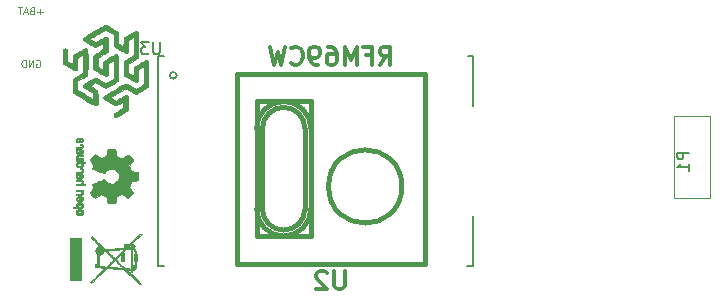
<source format=gbo>
G04 #@! TF.FileFunction,Legend,Bot*
%FSLAX46Y46*%
G04 Gerber Fmt 4.6, Leading zero omitted, Abs format (unit mm)*
G04 Created by KiCad (PCBNEW 4.0.7-e2-6376~60~ubuntu17.10.1) date Thu Dec 28 10:46:34 2017*
%MOMM*%
%LPD*%
G01*
G04 APERTURE LIST*
%ADD10C,0.100000*%
%ADD11C,0.010000*%
%ADD12C,0.150000*%
%ADD13C,0.381000*%
%ADD14C,0.304800*%
G04 APERTURE END LIST*
D10*
X149682142Y-85425000D02*
X149739285Y-85396429D01*
X149824999Y-85396429D01*
X149910714Y-85425000D01*
X149967856Y-85482143D01*
X149996428Y-85539286D01*
X150024999Y-85653571D01*
X150024999Y-85739286D01*
X149996428Y-85853571D01*
X149967856Y-85910714D01*
X149910714Y-85967857D01*
X149824999Y-85996429D01*
X149767856Y-85996429D01*
X149682142Y-85967857D01*
X149653571Y-85939286D01*
X149653571Y-85739286D01*
X149767856Y-85739286D01*
X149396428Y-85996429D02*
X149396428Y-85396429D01*
X149053571Y-85996429D01*
X149053571Y-85396429D01*
X148767857Y-85996429D02*
X148767857Y-85396429D01*
X148625000Y-85396429D01*
X148539285Y-85425000D01*
X148482143Y-85482143D01*
X148453571Y-85539286D01*
X148425000Y-85653571D01*
X148425000Y-85739286D01*
X148453571Y-85853571D01*
X148482143Y-85910714D01*
X148539285Y-85967857D01*
X148625000Y-85996429D01*
X148767857Y-85996429D01*
X150239286Y-81322857D02*
X149782143Y-81322857D01*
X150010714Y-81551429D02*
X150010714Y-81094286D01*
X149296429Y-81237143D02*
X149210715Y-81265714D01*
X149182143Y-81294286D01*
X149153572Y-81351429D01*
X149153572Y-81437143D01*
X149182143Y-81494286D01*
X149210715Y-81522857D01*
X149267857Y-81551429D01*
X149496429Y-81551429D01*
X149496429Y-80951429D01*
X149296429Y-80951429D01*
X149239286Y-80980000D01*
X149210715Y-81008571D01*
X149182143Y-81065714D01*
X149182143Y-81122857D01*
X149210715Y-81180000D01*
X149239286Y-81208571D01*
X149296429Y-81237143D01*
X149496429Y-81237143D01*
X148925000Y-81380000D02*
X148639286Y-81380000D01*
X148982143Y-81551429D02*
X148782143Y-80951429D01*
X148582143Y-81551429D01*
X148467857Y-80951429D02*
X148125000Y-80951429D01*
X148296429Y-81551429D02*
X148296429Y-80951429D01*
D11*
G36*
X153655082Y-97650256D02*
X153627432Y-97594799D01*
X153576520Y-97545852D01*
X153557662Y-97532371D01*
X153532985Y-97517686D01*
X153506184Y-97508158D01*
X153470413Y-97502707D01*
X153418831Y-97500253D01*
X153350733Y-97499714D01*
X153257412Y-97502148D01*
X153187343Y-97510606D01*
X153135069Y-97526826D01*
X153095131Y-97552546D01*
X153062071Y-97589503D01*
X153060114Y-97592218D01*
X153040092Y-97628640D01*
X153030185Y-97672498D01*
X153027743Y-97728276D01*
X153027743Y-97818952D01*
X152939717Y-97818990D01*
X152890692Y-97819834D01*
X152861935Y-97824976D01*
X152844689Y-97838413D01*
X152830192Y-97864142D01*
X152827231Y-97870321D01*
X152813352Y-97899236D01*
X152804586Y-97921624D01*
X152803829Y-97938271D01*
X152813977Y-97949964D01*
X152837927Y-97957490D01*
X152878574Y-97961634D01*
X152938814Y-97963185D01*
X153021545Y-97962929D01*
X153129661Y-97961651D01*
X153162000Y-97961252D01*
X153273476Y-97959815D01*
X153346397Y-97958528D01*
X153346397Y-97819029D01*
X153284501Y-97818245D01*
X153244003Y-97814760D01*
X153217292Y-97806876D01*
X153196756Y-97792895D01*
X153186740Y-97783403D01*
X153157433Y-97744596D01*
X153155048Y-97710237D01*
X153179250Y-97674784D01*
X153180143Y-97673886D01*
X153198847Y-97659461D01*
X153224268Y-97650687D01*
X153263416Y-97646261D01*
X153323303Y-97644882D01*
X153336570Y-97644857D01*
X153419099Y-97648188D01*
X153476309Y-97659031D01*
X153511234Y-97678660D01*
X153526906Y-97708350D01*
X153528486Y-97725509D01*
X153521074Y-97766234D01*
X153496670Y-97794168D01*
X153452020Y-97810983D01*
X153383870Y-97818350D01*
X153346397Y-97819029D01*
X153346397Y-97958528D01*
X153359755Y-97958292D01*
X153424667Y-97956323D01*
X153472042Y-97953550D01*
X153505710Y-97949612D01*
X153529502Y-97944151D01*
X153547247Y-97936808D01*
X153562776Y-97927223D01*
X153568619Y-97923113D01*
X153623815Y-97868595D01*
X153655110Y-97799664D01*
X153663835Y-97719928D01*
X153655082Y-97650256D01*
X153655082Y-97650256D01*
G37*
X153655082Y-97650256D02*
X153627432Y-97594799D01*
X153576520Y-97545852D01*
X153557662Y-97532371D01*
X153532985Y-97517686D01*
X153506184Y-97508158D01*
X153470413Y-97502707D01*
X153418831Y-97500253D01*
X153350733Y-97499714D01*
X153257412Y-97502148D01*
X153187343Y-97510606D01*
X153135069Y-97526826D01*
X153095131Y-97552546D01*
X153062071Y-97589503D01*
X153060114Y-97592218D01*
X153040092Y-97628640D01*
X153030185Y-97672498D01*
X153027743Y-97728276D01*
X153027743Y-97818952D01*
X152939717Y-97818990D01*
X152890692Y-97819834D01*
X152861935Y-97824976D01*
X152844689Y-97838413D01*
X152830192Y-97864142D01*
X152827231Y-97870321D01*
X152813352Y-97899236D01*
X152804586Y-97921624D01*
X152803829Y-97938271D01*
X152813977Y-97949964D01*
X152837927Y-97957490D01*
X152878574Y-97961634D01*
X152938814Y-97963185D01*
X153021545Y-97962929D01*
X153129661Y-97961651D01*
X153162000Y-97961252D01*
X153273476Y-97959815D01*
X153346397Y-97958528D01*
X153346397Y-97819029D01*
X153284501Y-97818245D01*
X153244003Y-97814760D01*
X153217292Y-97806876D01*
X153196756Y-97792895D01*
X153186740Y-97783403D01*
X153157433Y-97744596D01*
X153155048Y-97710237D01*
X153179250Y-97674784D01*
X153180143Y-97673886D01*
X153198847Y-97659461D01*
X153224268Y-97650687D01*
X153263416Y-97646261D01*
X153323303Y-97644882D01*
X153336570Y-97644857D01*
X153419099Y-97648188D01*
X153476309Y-97659031D01*
X153511234Y-97678660D01*
X153526906Y-97708350D01*
X153528486Y-97725509D01*
X153521074Y-97766234D01*
X153496670Y-97794168D01*
X153452020Y-97810983D01*
X153383870Y-97818350D01*
X153346397Y-97819029D01*
X153346397Y-97958528D01*
X153359755Y-97958292D01*
X153424667Y-97956323D01*
X153472042Y-97953550D01*
X153505710Y-97949612D01*
X153529502Y-97944151D01*
X153547247Y-97936808D01*
X153562776Y-97927223D01*
X153568619Y-97923113D01*
X153623815Y-97868595D01*
X153655110Y-97799664D01*
X153663835Y-97719928D01*
X153655082Y-97650256D01*
G36*
X153647220Y-96533907D02*
X153620277Y-96487328D01*
X153593534Y-96454943D01*
X153565516Y-96431258D01*
X153531252Y-96414941D01*
X153485773Y-96404661D01*
X153424108Y-96399086D01*
X153341289Y-96396884D01*
X153281754Y-96396629D01*
X153062609Y-96396629D01*
X153034956Y-96458314D01*
X153007303Y-96520000D01*
X153247330Y-96527257D01*
X153336972Y-96530256D01*
X153402038Y-96533402D01*
X153446974Y-96537299D01*
X153476230Y-96542553D01*
X153494252Y-96549769D01*
X153505489Y-96559550D01*
X153507921Y-96562688D01*
X153526917Y-96610239D01*
X153519400Y-96658303D01*
X153499457Y-96686914D01*
X153485325Y-96698553D01*
X153466780Y-96706609D01*
X153438666Y-96711729D01*
X153395827Y-96714559D01*
X153333105Y-96715744D01*
X153267739Y-96715943D01*
X153185732Y-96715982D01*
X153127684Y-96717386D01*
X153088535Y-96722086D01*
X153063220Y-96732013D01*
X153046677Y-96749097D01*
X153033844Y-96775268D01*
X153020509Y-96810225D01*
X153005993Y-96848404D01*
X153263611Y-96843859D01*
X153356481Y-96842029D01*
X153425111Y-96839888D01*
X153474289Y-96836819D01*
X153508802Y-96832206D01*
X153533438Y-96825432D01*
X153552984Y-96815881D01*
X153570230Y-96804366D01*
X153625320Y-96748810D01*
X153657178Y-96681020D01*
X153664809Y-96607287D01*
X153647220Y-96533907D01*
X153647220Y-96533907D01*
G37*
X153647220Y-96533907D02*
X153620277Y-96487328D01*
X153593534Y-96454943D01*
X153565516Y-96431258D01*
X153531252Y-96414941D01*
X153485773Y-96404661D01*
X153424108Y-96399086D01*
X153341289Y-96396884D01*
X153281754Y-96396629D01*
X153062609Y-96396629D01*
X153034956Y-96458314D01*
X153007303Y-96520000D01*
X153247330Y-96527257D01*
X153336972Y-96530256D01*
X153402038Y-96533402D01*
X153446974Y-96537299D01*
X153476230Y-96542553D01*
X153494252Y-96549769D01*
X153505489Y-96559550D01*
X153507921Y-96562688D01*
X153526917Y-96610239D01*
X153519400Y-96658303D01*
X153499457Y-96686914D01*
X153485325Y-96698553D01*
X153466780Y-96706609D01*
X153438666Y-96711729D01*
X153395827Y-96714559D01*
X153333105Y-96715744D01*
X153267739Y-96715943D01*
X153185732Y-96715982D01*
X153127684Y-96717386D01*
X153088535Y-96722086D01*
X153063220Y-96732013D01*
X153046677Y-96749097D01*
X153033844Y-96775268D01*
X153020509Y-96810225D01*
X153005993Y-96848404D01*
X153263611Y-96843859D01*
X153356481Y-96842029D01*
X153425111Y-96839888D01*
X153474289Y-96836819D01*
X153508802Y-96832206D01*
X153533438Y-96825432D01*
X153552984Y-96815881D01*
X153570230Y-96804366D01*
X153625320Y-96748810D01*
X153657178Y-96681020D01*
X153664809Y-96607287D01*
X153647220Y-96533907D01*
G36*
X153653038Y-98208885D02*
X153617267Y-98140855D01*
X153559699Y-98090649D01*
X153522688Y-98072815D01*
X153467118Y-98058937D01*
X153396904Y-98051833D01*
X153320273Y-98051160D01*
X153245448Y-98056573D01*
X153180658Y-98067730D01*
X153134127Y-98084286D01*
X153126113Y-98089374D01*
X153066293Y-98149645D01*
X153030465Y-98221231D01*
X153019980Y-98298908D01*
X153036190Y-98377452D01*
X153045908Y-98399311D01*
X153075857Y-98441878D01*
X153115567Y-98479237D01*
X153120603Y-98482768D01*
X153144876Y-98497119D01*
X153170822Y-98506606D01*
X153204978Y-98512210D01*
X153253881Y-98514914D01*
X153324065Y-98515701D01*
X153339800Y-98515714D01*
X153344808Y-98515678D01*
X153344808Y-98370571D01*
X153278570Y-98369727D01*
X153234614Y-98366404D01*
X153206221Y-98359417D01*
X153186675Y-98347584D01*
X153180143Y-98341543D01*
X153155320Y-98306814D01*
X153156452Y-98273097D01*
X153177984Y-98239005D01*
X153200971Y-98218671D01*
X153234522Y-98206629D01*
X153287431Y-98199866D01*
X153293601Y-98199402D01*
X153389487Y-98198248D01*
X153460701Y-98210312D01*
X153506806Y-98235430D01*
X153527365Y-98273440D01*
X153528486Y-98287008D01*
X153522848Y-98322636D01*
X153503314Y-98347006D01*
X153465958Y-98361907D01*
X153406850Y-98369125D01*
X153344808Y-98370571D01*
X153344808Y-98515678D01*
X153414587Y-98515174D01*
X153466841Y-98512904D01*
X153503051Y-98507932D01*
X153529701Y-98499287D01*
X153553278Y-98485995D01*
X153557662Y-98483057D01*
X153616751Y-98433687D01*
X153651053Y-98379891D01*
X153664669Y-98314398D01*
X153665335Y-98292158D01*
X153653038Y-98208885D01*
X153653038Y-98208885D01*
G37*
X153653038Y-98208885D02*
X153617267Y-98140855D01*
X153559699Y-98090649D01*
X153522688Y-98072815D01*
X153467118Y-98058937D01*
X153396904Y-98051833D01*
X153320273Y-98051160D01*
X153245448Y-98056573D01*
X153180658Y-98067730D01*
X153134127Y-98084286D01*
X153126113Y-98089374D01*
X153066293Y-98149645D01*
X153030465Y-98221231D01*
X153019980Y-98298908D01*
X153036190Y-98377452D01*
X153045908Y-98399311D01*
X153075857Y-98441878D01*
X153115567Y-98479237D01*
X153120603Y-98482768D01*
X153144876Y-98497119D01*
X153170822Y-98506606D01*
X153204978Y-98512210D01*
X153253881Y-98514914D01*
X153324065Y-98515701D01*
X153339800Y-98515714D01*
X153344808Y-98515678D01*
X153344808Y-98370571D01*
X153278570Y-98369727D01*
X153234614Y-98366404D01*
X153206221Y-98359417D01*
X153186675Y-98347584D01*
X153180143Y-98341543D01*
X153155320Y-98306814D01*
X153156452Y-98273097D01*
X153177984Y-98239005D01*
X153200971Y-98218671D01*
X153234522Y-98206629D01*
X153287431Y-98199866D01*
X153293601Y-98199402D01*
X153389487Y-98198248D01*
X153460701Y-98210312D01*
X153506806Y-98235430D01*
X153527365Y-98273440D01*
X153528486Y-98287008D01*
X153522848Y-98322636D01*
X153503314Y-98347006D01*
X153465958Y-98361907D01*
X153406850Y-98369125D01*
X153344808Y-98370571D01*
X153344808Y-98515678D01*
X153414587Y-98515174D01*
X153466841Y-98512904D01*
X153503051Y-98507932D01*
X153529701Y-98499287D01*
X153553278Y-98485995D01*
X153557662Y-98483057D01*
X153616751Y-98433687D01*
X153651053Y-98379891D01*
X153664669Y-98314398D01*
X153665335Y-98292158D01*
X153653038Y-98208885D01*
G36*
X153643761Y-97081697D02*
X153605265Y-97024473D01*
X153549665Y-96980251D01*
X153478914Y-96953833D01*
X153426838Y-96948490D01*
X153405107Y-96949097D01*
X153388469Y-96954178D01*
X153373563Y-96968145D01*
X153357027Y-96995411D01*
X153335502Y-97040388D01*
X153305626Y-97107489D01*
X153305476Y-97107829D01*
X153277187Y-97169593D01*
X153252067Y-97220241D01*
X153232821Y-97254596D01*
X153222152Y-97267482D01*
X153222066Y-97267486D01*
X153198834Y-97256128D01*
X153173226Y-97229569D01*
X153154779Y-97199077D01*
X153151114Y-97183630D01*
X153163788Y-97141485D01*
X153195529Y-97105192D01*
X153230428Y-97087483D01*
X153256155Y-97070448D01*
X153285454Y-97037078D01*
X153310765Y-96997851D01*
X153324529Y-96963244D01*
X153325286Y-96956007D01*
X153312840Y-96947861D01*
X153281028Y-96947370D01*
X153238134Y-96953357D01*
X153192442Y-96964643D01*
X153152239Y-96980050D01*
X153150678Y-96980829D01*
X153085938Y-97027196D01*
X153041903Y-97087289D01*
X153020289Y-97155535D01*
X153022815Y-97226362D01*
X153051196Y-97294196D01*
X153053192Y-97297212D01*
X153101552Y-97350573D01*
X153164648Y-97385660D01*
X153247613Y-97405078D01*
X153270922Y-97407684D01*
X153380945Y-97412299D01*
X153432252Y-97406767D01*
X153432252Y-97267486D01*
X153400247Y-97265676D01*
X153390907Y-97255778D01*
X153397895Y-97231102D01*
X153414413Y-97192205D01*
X153435119Y-97148725D01*
X153435667Y-97147644D01*
X153455051Y-97110791D01*
X153467987Y-97096000D01*
X153481549Y-97099647D01*
X153499368Y-97115005D01*
X153525155Y-97154077D01*
X153527050Y-97196154D01*
X153508283Y-97233897D01*
X153472085Y-97259966D01*
X153432252Y-97267486D01*
X153432252Y-97406767D01*
X153468973Y-97402806D01*
X153538788Y-97378450D01*
X153587698Y-97344544D01*
X153637122Y-97283347D01*
X153661641Y-97215937D01*
X153663203Y-97147120D01*
X153643761Y-97081697D01*
X153643761Y-97081697D01*
G37*
X153643761Y-97081697D02*
X153605265Y-97024473D01*
X153549665Y-96980251D01*
X153478914Y-96953833D01*
X153426838Y-96948490D01*
X153405107Y-96949097D01*
X153388469Y-96954178D01*
X153373563Y-96968145D01*
X153357027Y-96995411D01*
X153335502Y-97040388D01*
X153305626Y-97107489D01*
X153305476Y-97107829D01*
X153277187Y-97169593D01*
X153252067Y-97220241D01*
X153232821Y-97254596D01*
X153222152Y-97267482D01*
X153222066Y-97267486D01*
X153198834Y-97256128D01*
X153173226Y-97229569D01*
X153154779Y-97199077D01*
X153151114Y-97183630D01*
X153163788Y-97141485D01*
X153195529Y-97105192D01*
X153230428Y-97087483D01*
X153256155Y-97070448D01*
X153285454Y-97037078D01*
X153310765Y-96997851D01*
X153324529Y-96963244D01*
X153325286Y-96956007D01*
X153312840Y-96947861D01*
X153281028Y-96947370D01*
X153238134Y-96953357D01*
X153192442Y-96964643D01*
X153152239Y-96980050D01*
X153150678Y-96980829D01*
X153085938Y-97027196D01*
X153041903Y-97087289D01*
X153020289Y-97155535D01*
X153022815Y-97226362D01*
X153051196Y-97294196D01*
X153053192Y-97297212D01*
X153101552Y-97350573D01*
X153164648Y-97385660D01*
X153247613Y-97405078D01*
X153270922Y-97407684D01*
X153380945Y-97412299D01*
X153432252Y-97406767D01*
X153432252Y-97267486D01*
X153400247Y-97265676D01*
X153390907Y-97255778D01*
X153397895Y-97231102D01*
X153414413Y-97192205D01*
X153435119Y-97148725D01*
X153435667Y-97147644D01*
X153455051Y-97110791D01*
X153467987Y-97096000D01*
X153481549Y-97099647D01*
X153499368Y-97115005D01*
X153525155Y-97154077D01*
X153527050Y-97196154D01*
X153508283Y-97233897D01*
X153472085Y-97259966D01*
X153432252Y-97267486D01*
X153432252Y-97406767D01*
X153468973Y-97402806D01*
X153538788Y-97378450D01*
X153587698Y-97344544D01*
X153637122Y-97283347D01*
X153661641Y-97215937D01*
X153663203Y-97147120D01*
X153643761Y-97081697D01*
G36*
X153723711Y-95874114D02*
X153664387Y-95869861D01*
X153629428Y-95864975D01*
X153614180Y-95858205D01*
X153613985Y-95848298D01*
X153615805Y-95845086D01*
X153628985Y-95802356D01*
X153628215Y-95746773D01*
X153614667Y-95690263D01*
X153597139Y-95654918D01*
X153569139Y-95618679D01*
X153537451Y-95592187D01*
X153497187Y-95574001D01*
X153443457Y-95562678D01*
X153371374Y-95556778D01*
X153276049Y-95554857D01*
X153257763Y-95554823D01*
X153052354Y-95554800D01*
X153036420Y-95600509D01*
X153025580Y-95632973D01*
X153020532Y-95650785D01*
X153020486Y-95651309D01*
X153034172Y-95653063D01*
X153071924Y-95654556D01*
X153128776Y-95655674D01*
X153199766Y-95656303D01*
X153242927Y-95656400D01*
X153328027Y-95656602D01*
X153389019Y-95657642D01*
X153430823Y-95660169D01*
X153458358Y-95664836D01*
X153476544Y-95672293D01*
X153490302Y-95683189D01*
X153496927Y-95689993D01*
X153523625Y-95736728D01*
X153525625Y-95787728D01*
X153503045Y-95833999D01*
X153494893Y-95842556D01*
X153479564Y-95855107D01*
X153461382Y-95863812D01*
X153435091Y-95869369D01*
X153395438Y-95872474D01*
X153337168Y-95873824D01*
X153256827Y-95874114D01*
X153052354Y-95874114D01*
X153036420Y-95919823D01*
X153025580Y-95952287D01*
X153020532Y-95970099D01*
X153020486Y-95970623D01*
X153034377Y-95971963D01*
X153073561Y-95973172D01*
X153134300Y-95974199D01*
X153212859Y-95974998D01*
X153305502Y-95975519D01*
X153408491Y-95975714D01*
X153805658Y-95975714D01*
X153825556Y-95928543D01*
X153845453Y-95881371D01*
X153723711Y-95874114D01*
X153723711Y-95874114D01*
G37*
X153723711Y-95874114D02*
X153664387Y-95869861D01*
X153629428Y-95864975D01*
X153614180Y-95858205D01*
X153613985Y-95848298D01*
X153615805Y-95845086D01*
X153628985Y-95802356D01*
X153628215Y-95746773D01*
X153614667Y-95690263D01*
X153597139Y-95654918D01*
X153569139Y-95618679D01*
X153537451Y-95592187D01*
X153497187Y-95574001D01*
X153443457Y-95562678D01*
X153371374Y-95556778D01*
X153276049Y-95554857D01*
X153257763Y-95554823D01*
X153052354Y-95554800D01*
X153036420Y-95600509D01*
X153025580Y-95632973D01*
X153020532Y-95650785D01*
X153020486Y-95651309D01*
X153034172Y-95653063D01*
X153071924Y-95654556D01*
X153128776Y-95655674D01*
X153199766Y-95656303D01*
X153242927Y-95656400D01*
X153328027Y-95656602D01*
X153389019Y-95657642D01*
X153430823Y-95660169D01*
X153458358Y-95664836D01*
X153476544Y-95672293D01*
X153490302Y-95683189D01*
X153496927Y-95689993D01*
X153523625Y-95736728D01*
X153525625Y-95787728D01*
X153503045Y-95833999D01*
X153494893Y-95842556D01*
X153479564Y-95855107D01*
X153461382Y-95863812D01*
X153435091Y-95869369D01*
X153395438Y-95872474D01*
X153337168Y-95873824D01*
X153256827Y-95874114D01*
X153052354Y-95874114D01*
X153036420Y-95919823D01*
X153025580Y-95952287D01*
X153020532Y-95970099D01*
X153020486Y-95970623D01*
X153034377Y-95971963D01*
X153073561Y-95973172D01*
X153134300Y-95974199D01*
X153212859Y-95974998D01*
X153305502Y-95975519D01*
X153408491Y-95975714D01*
X153805658Y-95975714D01*
X153825556Y-95928543D01*
X153845453Y-95881371D01*
X153723711Y-95874114D01*
G36*
X153624032Y-95210256D02*
X153602913Y-95153384D01*
X153602507Y-95152733D01*
X153576620Y-95117560D01*
X153546367Y-95091593D01*
X153506942Y-95073330D01*
X153453538Y-95061268D01*
X153381349Y-95053904D01*
X153285568Y-95049736D01*
X153271922Y-95049371D01*
X153066158Y-95044124D01*
X153043322Y-95088284D01*
X153027890Y-95120237D01*
X153020577Y-95139530D01*
X153020486Y-95140422D01*
X153033978Y-95143761D01*
X153070374Y-95146413D01*
X153123548Y-95148044D01*
X153166607Y-95148400D01*
X153236359Y-95148408D01*
X153280163Y-95151597D01*
X153301056Y-95162712D01*
X153302075Y-95186499D01*
X153286259Y-95227704D01*
X153257185Y-95289914D01*
X153233037Y-95335659D01*
X153212087Y-95359187D01*
X153189253Y-95366104D01*
X153188123Y-95366114D01*
X153148788Y-95354701D01*
X153127538Y-95320908D01*
X153124461Y-95269191D01*
X153124994Y-95231939D01*
X153114265Y-95212297D01*
X153088495Y-95200048D01*
X153055663Y-95192998D01*
X153037034Y-95203158D01*
X153034368Y-95206983D01*
X153023660Y-95242999D01*
X153022144Y-95293434D01*
X153029241Y-95345374D01*
X153042212Y-95382178D01*
X153085415Y-95433062D01*
X153145554Y-95461986D01*
X153192538Y-95467714D01*
X153234918Y-95463343D01*
X153269512Y-95447525D01*
X153300237Y-95416203D01*
X153331010Y-95365322D01*
X153365748Y-95290824D01*
X153367712Y-95286286D01*
X153398713Y-95219179D01*
X153424138Y-95177768D01*
X153446986Y-95160019D01*
X153470255Y-95163893D01*
X153496944Y-95187357D01*
X153503086Y-95194373D01*
X153526900Y-95241370D01*
X153525897Y-95290067D01*
X153502549Y-95332478D01*
X153459325Y-95360616D01*
X153450840Y-95363231D01*
X153409692Y-95388692D01*
X153389872Y-95420999D01*
X153370230Y-95467714D01*
X153421050Y-95467714D01*
X153494918Y-95453504D01*
X153562673Y-95411325D01*
X153585339Y-95389376D01*
X153614431Y-95339483D01*
X153627600Y-95276033D01*
X153624032Y-95210256D01*
X153624032Y-95210256D01*
G37*
X153624032Y-95210256D02*
X153602913Y-95153384D01*
X153602507Y-95152733D01*
X153576620Y-95117560D01*
X153546367Y-95091593D01*
X153506942Y-95073330D01*
X153453538Y-95061268D01*
X153381349Y-95053904D01*
X153285568Y-95049736D01*
X153271922Y-95049371D01*
X153066158Y-95044124D01*
X153043322Y-95088284D01*
X153027890Y-95120237D01*
X153020577Y-95139530D01*
X153020486Y-95140422D01*
X153033978Y-95143761D01*
X153070374Y-95146413D01*
X153123548Y-95148044D01*
X153166607Y-95148400D01*
X153236359Y-95148408D01*
X153280163Y-95151597D01*
X153301056Y-95162712D01*
X153302075Y-95186499D01*
X153286259Y-95227704D01*
X153257185Y-95289914D01*
X153233037Y-95335659D01*
X153212087Y-95359187D01*
X153189253Y-95366104D01*
X153188123Y-95366114D01*
X153148788Y-95354701D01*
X153127538Y-95320908D01*
X153124461Y-95269191D01*
X153124994Y-95231939D01*
X153114265Y-95212297D01*
X153088495Y-95200048D01*
X153055663Y-95192998D01*
X153037034Y-95203158D01*
X153034368Y-95206983D01*
X153023660Y-95242999D01*
X153022144Y-95293434D01*
X153029241Y-95345374D01*
X153042212Y-95382178D01*
X153085415Y-95433062D01*
X153145554Y-95461986D01*
X153192538Y-95467714D01*
X153234918Y-95463343D01*
X153269512Y-95447525D01*
X153300237Y-95416203D01*
X153331010Y-95365322D01*
X153365748Y-95290824D01*
X153367712Y-95286286D01*
X153398713Y-95219179D01*
X153424138Y-95177768D01*
X153446986Y-95160019D01*
X153470255Y-95163893D01*
X153496944Y-95187357D01*
X153503086Y-95194373D01*
X153526900Y-95241370D01*
X153525897Y-95290067D01*
X153502549Y-95332478D01*
X153459325Y-95360616D01*
X153450840Y-95363231D01*
X153409692Y-95388692D01*
X153389872Y-95420999D01*
X153370230Y-95467714D01*
X153421050Y-95467714D01*
X153494918Y-95453504D01*
X153562673Y-95411325D01*
X153585339Y-95389376D01*
X153614431Y-95339483D01*
X153627600Y-95276033D01*
X153624032Y-95210256D01*
G36*
X153625245Y-94720074D02*
X153600916Y-94654142D01*
X153557883Y-94600727D01*
X153527591Y-94579836D01*
X153472006Y-94557061D01*
X153431814Y-94557534D01*
X153404783Y-94581438D01*
X153400187Y-94590283D01*
X153385856Y-94628470D01*
X153389528Y-94647972D01*
X153413593Y-94654578D01*
X153426886Y-94654914D01*
X153475790Y-94667008D01*
X153510001Y-94698529D01*
X153526524Y-94742341D01*
X153522366Y-94791305D01*
X153500773Y-94831106D01*
X153488456Y-94844550D01*
X153473513Y-94854079D01*
X153450925Y-94860515D01*
X153415672Y-94864683D01*
X153362734Y-94867403D01*
X153287093Y-94869498D01*
X153263143Y-94870040D01*
X153181210Y-94872019D01*
X153123545Y-94874269D01*
X153085392Y-94877643D01*
X153061996Y-94882994D01*
X153048602Y-94891176D01*
X153040455Y-94903041D01*
X153036856Y-94910638D01*
X153024548Y-94942898D01*
X153020486Y-94961889D01*
X153034052Y-94968164D01*
X153075066Y-94971994D01*
X153144001Y-94973400D01*
X153241331Y-94972402D01*
X153256343Y-94972092D01*
X153345141Y-94969899D01*
X153409981Y-94967307D01*
X153455933Y-94963618D01*
X153488065Y-94958136D01*
X153511447Y-94950165D01*
X153531148Y-94939007D01*
X153539590Y-94933170D01*
X153576943Y-94899704D01*
X153605997Y-94862273D01*
X153608533Y-94857691D01*
X153628557Y-94790574D01*
X153625245Y-94720074D01*
X153625245Y-94720074D01*
G37*
X153625245Y-94720074D02*
X153600916Y-94654142D01*
X153557883Y-94600727D01*
X153527591Y-94579836D01*
X153472006Y-94557061D01*
X153431814Y-94557534D01*
X153404783Y-94581438D01*
X153400187Y-94590283D01*
X153385856Y-94628470D01*
X153389528Y-94647972D01*
X153413593Y-94654578D01*
X153426886Y-94654914D01*
X153475790Y-94667008D01*
X153510001Y-94698529D01*
X153526524Y-94742341D01*
X153522366Y-94791305D01*
X153500773Y-94831106D01*
X153488456Y-94844550D01*
X153473513Y-94854079D01*
X153450925Y-94860515D01*
X153415672Y-94864683D01*
X153362734Y-94867403D01*
X153287093Y-94869498D01*
X153263143Y-94870040D01*
X153181210Y-94872019D01*
X153123545Y-94874269D01*
X153085392Y-94877643D01*
X153061996Y-94882994D01*
X153048602Y-94891176D01*
X153040455Y-94903041D01*
X153036856Y-94910638D01*
X153024548Y-94942898D01*
X153020486Y-94961889D01*
X153034052Y-94968164D01*
X153075066Y-94971994D01*
X153144001Y-94973400D01*
X153241331Y-94972402D01*
X153256343Y-94972092D01*
X153345141Y-94969899D01*
X153409981Y-94967307D01*
X153455933Y-94963618D01*
X153488065Y-94958136D01*
X153511447Y-94950165D01*
X153531148Y-94939007D01*
X153539590Y-94933170D01*
X153576943Y-94899704D01*
X153605997Y-94862273D01*
X153608533Y-94857691D01*
X153628557Y-94790574D01*
X153625245Y-94720074D01*
G36*
X153509642Y-94059883D02*
X153401163Y-94060067D01*
X153317713Y-94060781D01*
X153255296Y-94062325D01*
X153209915Y-94064999D01*
X153177571Y-94069106D01*
X153154267Y-94074945D01*
X153136005Y-94082818D01*
X153125582Y-94088779D01*
X153069055Y-94138145D01*
X153033623Y-94200736D01*
X153020910Y-94269987D01*
X153032537Y-94339332D01*
X153053432Y-94380625D01*
X153089578Y-94423975D01*
X153133724Y-94453519D01*
X153191538Y-94471345D01*
X153268687Y-94479537D01*
X153325286Y-94480698D01*
X153329353Y-94480542D01*
X153329353Y-94379143D01*
X153264450Y-94378524D01*
X153221486Y-94375686D01*
X153193378Y-94369160D01*
X153173047Y-94357477D01*
X153157712Y-94343517D01*
X153128110Y-94296635D01*
X153125581Y-94246299D01*
X153150295Y-94198724D01*
X153153644Y-94195021D01*
X153171065Y-94179217D01*
X153191791Y-94169307D01*
X153222638Y-94163942D01*
X153270423Y-94161772D01*
X153323252Y-94161429D01*
X153389619Y-94162173D01*
X153433894Y-94165252D01*
X153462991Y-94171939D01*
X153483827Y-94183504D01*
X153494893Y-94192987D01*
X153522802Y-94237040D01*
X153526157Y-94287776D01*
X153504841Y-94336204D01*
X153496927Y-94345550D01*
X153479353Y-94361460D01*
X153458413Y-94371390D01*
X153427218Y-94376722D01*
X153378878Y-94378837D01*
X153329353Y-94379143D01*
X153329353Y-94480542D01*
X153416432Y-94477190D01*
X153484914Y-94465274D01*
X153536400Y-94442865D01*
X153576557Y-94407876D01*
X153597139Y-94380625D01*
X153619375Y-94331093D01*
X153629696Y-94273684D01*
X153626933Y-94220318D01*
X153615788Y-94190457D01*
X153612617Y-94178739D01*
X153624443Y-94170963D01*
X153656134Y-94165535D01*
X153704407Y-94161429D01*
X153758171Y-94156933D01*
X153790518Y-94150687D01*
X153809015Y-94139324D01*
X153821230Y-94119472D01*
X153826638Y-94107000D01*
X153846399Y-94059829D01*
X153509642Y-94059883D01*
X153509642Y-94059883D01*
G37*
X153509642Y-94059883D02*
X153401163Y-94060067D01*
X153317713Y-94060781D01*
X153255296Y-94062325D01*
X153209915Y-94064999D01*
X153177571Y-94069106D01*
X153154267Y-94074945D01*
X153136005Y-94082818D01*
X153125582Y-94088779D01*
X153069055Y-94138145D01*
X153033623Y-94200736D01*
X153020910Y-94269987D01*
X153032537Y-94339332D01*
X153053432Y-94380625D01*
X153089578Y-94423975D01*
X153133724Y-94453519D01*
X153191538Y-94471345D01*
X153268687Y-94479537D01*
X153325286Y-94480698D01*
X153329353Y-94480542D01*
X153329353Y-94379143D01*
X153264450Y-94378524D01*
X153221486Y-94375686D01*
X153193378Y-94369160D01*
X153173047Y-94357477D01*
X153157712Y-94343517D01*
X153128110Y-94296635D01*
X153125581Y-94246299D01*
X153150295Y-94198724D01*
X153153644Y-94195021D01*
X153171065Y-94179217D01*
X153191791Y-94169307D01*
X153222638Y-94163942D01*
X153270423Y-94161772D01*
X153323252Y-94161429D01*
X153389619Y-94162173D01*
X153433894Y-94165252D01*
X153462991Y-94171939D01*
X153483827Y-94183504D01*
X153494893Y-94192987D01*
X153522802Y-94237040D01*
X153526157Y-94287776D01*
X153504841Y-94336204D01*
X153496927Y-94345550D01*
X153479353Y-94361460D01*
X153458413Y-94371390D01*
X153427218Y-94376722D01*
X153378878Y-94378837D01*
X153329353Y-94379143D01*
X153329353Y-94480542D01*
X153416432Y-94477190D01*
X153484914Y-94465274D01*
X153536400Y-94442865D01*
X153576557Y-94407876D01*
X153597139Y-94380625D01*
X153619375Y-94331093D01*
X153629696Y-94273684D01*
X153626933Y-94220318D01*
X153615788Y-94190457D01*
X153612617Y-94178739D01*
X153624443Y-94170963D01*
X153656134Y-94165535D01*
X153704407Y-94161429D01*
X153758171Y-94156933D01*
X153790518Y-94150687D01*
X153809015Y-94139324D01*
X153821230Y-94119472D01*
X153826638Y-94107000D01*
X153846399Y-94059829D01*
X153509642Y-94059883D01*
G36*
X153616337Y-93470167D02*
X153578150Y-93467952D01*
X153520114Y-93466216D01*
X153446820Y-93465101D01*
X153369945Y-93464743D01*
X153109804Y-93464743D01*
X153063873Y-93510674D01*
X153035571Y-93542325D01*
X153024107Y-93570110D01*
X153024832Y-93608085D01*
X153026679Y-93623160D01*
X153032052Y-93670274D01*
X153035131Y-93709244D01*
X153035415Y-93718743D01*
X153033555Y-93750767D01*
X153028886Y-93796568D01*
X153026679Y-93814326D01*
X153023265Y-93857943D01*
X153030680Y-93887255D01*
X153053573Y-93916320D01*
X153063873Y-93926812D01*
X153109804Y-93972743D01*
X153596398Y-93972743D01*
X153613242Y-93935774D01*
X153625718Y-93903941D01*
X153630086Y-93885317D01*
X153616282Y-93880542D01*
X153577714Y-93876079D01*
X153518644Y-93872225D01*
X153443337Y-93869278D01*
X153379714Y-93867857D01*
X153129343Y-93863886D01*
X153124444Y-93829241D01*
X153127869Y-93797732D01*
X153138959Y-93782292D01*
X153159692Y-93777977D01*
X153203855Y-93774292D01*
X153265854Y-93771531D01*
X153340091Y-93769988D01*
X153378294Y-93769765D01*
X153598217Y-93769543D01*
X153614151Y-93723834D01*
X153624985Y-93691482D01*
X153630038Y-93673885D01*
X153630086Y-93673377D01*
X153616352Y-93671612D01*
X153578270Y-93669671D01*
X153520518Y-93667718D01*
X153447773Y-93665916D01*
X153379714Y-93664657D01*
X153129343Y-93660686D01*
X153129343Y-93573600D01*
X153357760Y-93569604D01*
X153586178Y-93565608D01*
X153608132Y-93523153D01*
X153623207Y-93491808D01*
X153630049Y-93473256D01*
X153630086Y-93472721D01*
X153616337Y-93470167D01*
X153616337Y-93470167D01*
G37*
X153616337Y-93470167D02*
X153578150Y-93467952D01*
X153520114Y-93466216D01*
X153446820Y-93465101D01*
X153369945Y-93464743D01*
X153109804Y-93464743D01*
X153063873Y-93510674D01*
X153035571Y-93542325D01*
X153024107Y-93570110D01*
X153024832Y-93608085D01*
X153026679Y-93623160D01*
X153032052Y-93670274D01*
X153035131Y-93709244D01*
X153035415Y-93718743D01*
X153033555Y-93750767D01*
X153028886Y-93796568D01*
X153026679Y-93814326D01*
X153023265Y-93857943D01*
X153030680Y-93887255D01*
X153053573Y-93916320D01*
X153063873Y-93926812D01*
X153109804Y-93972743D01*
X153596398Y-93972743D01*
X153613242Y-93935774D01*
X153625718Y-93903941D01*
X153630086Y-93885317D01*
X153616282Y-93880542D01*
X153577714Y-93876079D01*
X153518644Y-93872225D01*
X153443337Y-93869278D01*
X153379714Y-93867857D01*
X153129343Y-93863886D01*
X153124444Y-93829241D01*
X153127869Y-93797732D01*
X153138959Y-93782292D01*
X153159692Y-93777977D01*
X153203855Y-93774292D01*
X153265854Y-93771531D01*
X153340091Y-93769988D01*
X153378294Y-93769765D01*
X153598217Y-93769543D01*
X153614151Y-93723834D01*
X153624985Y-93691482D01*
X153630038Y-93673885D01*
X153630086Y-93673377D01*
X153616352Y-93671612D01*
X153578270Y-93669671D01*
X153520518Y-93667718D01*
X153447773Y-93665916D01*
X153379714Y-93664657D01*
X153129343Y-93660686D01*
X153129343Y-93573600D01*
X153357760Y-93569604D01*
X153586178Y-93565608D01*
X153608132Y-93523153D01*
X153623207Y-93491808D01*
X153630049Y-93473256D01*
X153630086Y-93472721D01*
X153616337Y-93470167D01*
G36*
X153618665Y-93105124D02*
X153599656Y-93063333D01*
X153576622Y-93030531D01*
X153550867Y-93006497D01*
X153517642Y-92989903D01*
X153472200Y-92979423D01*
X153409793Y-92973729D01*
X153325673Y-92971493D01*
X153270279Y-92971257D01*
X153054174Y-92971257D01*
X153037330Y-93008226D01*
X153025019Y-93037344D01*
X153020486Y-93051769D01*
X153033975Y-93054528D01*
X153070347Y-93056718D01*
X153123458Y-93058058D01*
X153165628Y-93058343D01*
X153226553Y-93059566D01*
X153274885Y-93062864D01*
X153304482Y-93067679D01*
X153310771Y-93071504D01*
X153304348Y-93097217D01*
X153287875Y-93137582D01*
X153265542Y-93184321D01*
X153241543Y-93229155D01*
X153220070Y-93263807D01*
X153205315Y-93279998D01*
X153205155Y-93280062D01*
X153177848Y-93278670D01*
X153151781Y-93266182D01*
X153130608Y-93244257D01*
X153123526Y-93212257D01*
X153124351Y-93184908D01*
X153124958Y-93146174D01*
X153115884Y-93125842D01*
X153091908Y-93113631D01*
X153087387Y-93112091D01*
X153053194Y-93106797D01*
X153032432Y-93120953D01*
X153022538Y-93157852D01*
X153020708Y-93197711D01*
X153034273Y-93269438D01*
X153053645Y-93306568D01*
X153099155Y-93352424D01*
X153155017Y-93376744D01*
X153214043Y-93378927D01*
X153269047Y-93358371D01*
X153303514Y-93327451D01*
X153322811Y-93296580D01*
X153347241Y-93248058D01*
X153372015Y-93191515D01*
X153375801Y-93182090D01*
X153403209Y-93119981D01*
X153427366Y-93084178D01*
X153451381Y-93072663D01*
X153478365Y-93083420D01*
X153499457Y-93101886D01*
X153525428Y-93145531D01*
X153527376Y-93193554D01*
X153507363Y-93237594D01*
X153467449Y-93269291D01*
X153457152Y-93273451D01*
X153419276Y-93297673D01*
X153391158Y-93333035D01*
X153368083Y-93377657D01*
X153433515Y-93377657D01*
X153473494Y-93375031D01*
X153505003Y-93363770D01*
X153538622Y-93338801D01*
X153564516Y-93314831D01*
X153601183Y-93277559D01*
X153620879Y-93248599D01*
X153628780Y-93217495D01*
X153630086Y-93182287D01*
X153618665Y-93105124D01*
X153618665Y-93105124D01*
G37*
X153618665Y-93105124D02*
X153599656Y-93063333D01*
X153576622Y-93030531D01*
X153550867Y-93006497D01*
X153517642Y-92989903D01*
X153472200Y-92979423D01*
X153409793Y-92973729D01*
X153325673Y-92971493D01*
X153270279Y-92971257D01*
X153054174Y-92971257D01*
X153037330Y-93008226D01*
X153025019Y-93037344D01*
X153020486Y-93051769D01*
X153033975Y-93054528D01*
X153070347Y-93056718D01*
X153123458Y-93058058D01*
X153165628Y-93058343D01*
X153226553Y-93059566D01*
X153274885Y-93062864D01*
X153304482Y-93067679D01*
X153310771Y-93071504D01*
X153304348Y-93097217D01*
X153287875Y-93137582D01*
X153265542Y-93184321D01*
X153241543Y-93229155D01*
X153220070Y-93263807D01*
X153205315Y-93279998D01*
X153205155Y-93280062D01*
X153177848Y-93278670D01*
X153151781Y-93266182D01*
X153130608Y-93244257D01*
X153123526Y-93212257D01*
X153124351Y-93184908D01*
X153124958Y-93146174D01*
X153115884Y-93125842D01*
X153091908Y-93113631D01*
X153087387Y-93112091D01*
X153053194Y-93106797D01*
X153032432Y-93120953D01*
X153022538Y-93157852D01*
X153020708Y-93197711D01*
X153034273Y-93269438D01*
X153053645Y-93306568D01*
X153099155Y-93352424D01*
X153155017Y-93376744D01*
X153214043Y-93378927D01*
X153269047Y-93358371D01*
X153303514Y-93327451D01*
X153322811Y-93296580D01*
X153347241Y-93248058D01*
X153372015Y-93191515D01*
X153375801Y-93182090D01*
X153403209Y-93119981D01*
X153427366Y-93084178D01*
X153451381Y-93072663D01*
X153478365Y-93083420D01*
X153499457Y-93101886D01*
X153525428Y-93145531D01*
X153527376Y-93193554D01*
X153507363Y-93237594D01*
X153467449Y-93269291D01*
X153457152Y-93273451D01*
X153419276Y-93297673D01*
X153391158Y-93333035D01*
X153368083Y-93377657D01*
X153433515Y-93377657D01*
X153473494Y-93375031D01*
X153505003Y-93363770D01*
X153538622Y-93338801D01*
X153564516Y-93314831D01*
X153601183Y-93277559D01*
X153620879Y-93248599D01*
X153628780Y-93217495D01*
X153630086Y-93182287D01*
X153618665Y-93105124D01*
G36*
X153616248Y-92597400D02*
X153608666Y-92580052D01*
X153575872Y-92538644D01*
X153528453Y-92503235D01*
X153477849Y-92481336D01*
X153452902Y-92477771D01*
X153418073Y-92489721D01*
X153399643Y-92515933D01*
X153388484Y-92544036D01*
X153386428Y-92556905D01*
X153401351Y-92563171D01*
X153433825Y-92575544D01*
X153448498Y-92580972D01*
X153499256Y-92611410D01*
X153524573Y-92655480D01*
X153523794Y-92711990D01*
X153522797Y-92716175D01*
X153508493Y-92746345D01*
X153480607Y-92768524D01*
X153435713Y-92783673D01*
X153370385Y-92792750D01*
X153281196Y-92796714D01*
X153233739Y-92797086D01*
X153158929Y-92797270D01*
X153107931Y-92798478D01*
X153075529Y-92801691D01*
X153056505Y-92807891D01*
X153045644Y-92818060D01*
X153037728Y-92833181D01*
X153037330Y-92834054D01*
X153025019Y-92863172D01*
X153020486Y-92877597D01*
X153034191Y-92879814D01*
X153072075Y-92881711D01*
X153129285Y-92883153D01*
X153200973Y-92884002D01*
X153253435Y-92884171D01*
X153354953Y-92883308D01*
X153431968Y-92879930D01*
X153488977Y-92872858D01*
X153530474Y-92860912D01*
X153560957Y-92842910D01*
X153584920Y-92817673D01*
X153601645Y-92792753D01*
X153623903Y-92732829D01*
X153628924Y-92663089D01*
X153616248Y-92597400D01*
X153616248Y-92597400D01*
G37*
X153616248Y-92597400D02*
X153608666Y-92580052D01*
X153575872Y-92538644D01*
X153528453Y-92503235D01*
X153477849Y-92481336D01*
X153452902Y-92477771D01*
X153418073Y-92489721D01*
X153399643Y-92515933D01*
X153388484Y-92544036D01*
X153386428Y-92556905D01*
X153401351Y-92563171D01*
X153433825Y-92575544D01*
X153448498Y-92580972D01*
X153499256Y-92611410D01*
X153524573Y-92655480D01*
X153523794Y-92711990D01*
X153522797Y-92716175D01*
X153508493Y-92746345D01*
X153480607Y-92768524D01*
X153435713Y-92783673D01*
X153370385Y-92792750D01*
X153281196Y-92796714D01*
X153233739Y-92797086D01*
X153158929Y-92797270D01*
X153107931Y-92798478D01*
X153075529Y-92801691D01*
X153056505Y-92807891D01*
X153045644Y-92818060D01*
X153037728Y-92833181D01*
X153037330Y-92834054D01*
X153025019Y-92863172D01*
X153020486Y-92877597D01*
X153034191Y-92879814D01*
X153072075Y-92881711D01*
X153129285Y-92883153D01*
X153200973Y-92884002D01*
X153253435Y-92884171D01*
X153354953Y-92883308D01*
X153431968Y-92879930D01*
X153488977Y-92872858D01*
X153530474Y-92860912D01*
X153560957Y-92842910D01*
X153584920Y-92817673D01*
X153601645Y-92792753D01*
X153623903Y-92732829D01*
X153628924Y-92663089D01*
X153616248Y-92597400D01*
G36*
X153608034Y-92096405D02*
X153570503Y-92038979D01*
X153536904Y-92011281D01*
X153475936Y-91989338D01*
X153427692Y-91987595D01*
X153363184Y-91991543D01*
X153298066Y-92140314D01*
X153264798Y-92212651D01*
X153238036Y-92259916D01*
X153214856Y-92284493D01*
X153192333Y-92288763D01*
X153167545Y-92275111D01*
X153151114Y-92260057D01*
X153124765Y-92216254D01*
X153122919Y-92168611D01*
X153143454Y-92124855D01*
X153184248Y-92092711D01*
X153198653Y-92086962D01*
X153243644Y-92059424D01*
X153262818Y-92027742D01*
X153279221Y-91984286D01*
X153217034Y-91984286D01*
X153174717Y-91988128D01*
X153139031Y-92003177D01*
X153098057Y-92034720D01*
X153092733Y-92039408D01*
X153056280Y-92074494D01*
X153036717Y-92104653D01*
X153027717Y-92142385D01*
X153024770Y-92173665D01*
X153024035Y-92229615D01*
X153033340Y-92269445D01*
X153047154Y-92294292D01*
X153077533Y-92333344D01*
X153110387Y-92360375D01*
X153151706Y-92377483D01*
X153207479Y-92386762D01*
X153283695Y-92390307D01*
X153322378Y-92390590D01*
X153368753Y-92389628D01*
X153368753Y-92301993D01*
X153343874Y-92300977D01*
X153339800Y-92298444D01*
X153345335Y-92281726D01*
X153359983Y-92245751D01*
X153380810Y-92197669D01*
X153385286Y-92187614D01*
X153416186Y-92126848D01*
X153443343Y-92093368D01*
X153468780Y-92086010D01*
X153494519Y-92103609D01*
X153505891Y-92118144D01*
X153528636Y-92170590D01*
X153524878Y-92219678D01*
X153497116Y-92260773D01*
X153447848Y-92289242D01*
X153408743Y-92298369D01*
X153368753Y-92301993D01*
X153368753Y-92389628D01*
X153412751Y-92388715D01*
X153479616Y-92381804D01*
X153528305Y-92368116D01*
X153564151Y-92345904D01*
X153592487Y-92313426D01*
X153601645Y-92299267D01*
X153625493Y-92234947D01*
X153626994Y-92164527D01*
X153608034Y-92096405D01*
X153608034Y-92096405D01*
G37*
X153608034Y-92096405D02*
X153570503Y-92038979D01*
X153536904Y-92011281D01*
X153475936Y-91989338D01*
X153427692Y-91987595D01*
X153363184Y-91991543D01*
X153298066Y-92140314D01*
X153264798Y-92212651D01*
X153238036Y-92259916D01*
X153214856Y-92284493D01*
X153192333Y-92288763D01*
X153167545Y-92275111D01*
X153151114Y-92260057D01*
X153124765Y-92216254D01*
X153122919Y-92168611D01*
X153143454Y-92124855D01*
X153184248Y-92092711D01*
X153198653Y-92086962D01*
X153243644Y-92059424D01*
X153262818Y-92027742D01*
X153279221Y-91984286D01*
X153217034Y-91984286D01*
X153174717Y-91988128D01*
X153139031Y-92003177D01*
X153098057Y-92034720D01*
X153092733Y-92039408D01*
X153056280Y-92074494D01*
X153036717Y-92104653D01*
X153027717Y-92142385D01*
X153024770Y-92173665D01*
X153024035Y-92229615D01*
X153033340Y-92269445D01*
X153047154Y-92294292D01*
X153077533Y-92333344D01*
X153110387Y-92360375D01*
X153151706Y-92377483D01*
X153207479Y-92386762D01*
X153283695Y-92390307D01*
X153322378Y-92390590D01*
X153368753Y-92389628D01*
X153368753Y-92301993D01*
X153343874Y-92300977D01*
X153339800Y-92298444D01*
X153345335Y-92281726D01*
X153359983Y-92245751D01*
X153380810Y-92197669D01*
X153385286Y-92187614D01*
X153416186Y-92126848D01*
X153443343Y-92093368D01*
X153468780Y-92086010D01*
X153494519Y-92103609D01*
X153505891Y-92118144D01*
X153528636Y-92170590D01*
X153524878Y-92219678D01*
X153497116Y-92260773D01*
X153447848Y-92289242D01*
X153408743Y-92298369D01*
X153368753Y-92301993D01*
X153368753Y-92389628D01*
X153412751Y-92388715D01*
X153479616Y-92381804D01*
X153528305Y-92368116D01*
X153564151Y-92345904D01*
X153592487Y-92313426D01*
X153601645Y-92299267D01*
X153625493Y-92234947D01*
X153626994Y-92164527D01*
X153608034Y-92096405D01*
G36*
X158332652Y-95146090D02*
X158332222Y-95067546D01*
X158331058Y-95010702D01*
X158328793Y-94971895D01*
X158325060Y-94947462D01*
X158319494Y-94933738D01*
X158311727Y-94927060D01*
X158301395Y-94923764D01*
X158300057Y-94923444D01*
X158275921Y-94918438D01*
X158228299Y-94909171D01*
X158162259Y-94896608D01*
X158082872Y-94881713D01*
X157995204Y-94865449D01*
X157992125Y-94864881D01*
X157906211Y-94848590D01*
X157830304Y-94833348D01*
X157768955Y-94820139D01*
X157726718Y-94809946D01*
X157708145Y-94803752D01*
X157707816Y-94803457D01*
X157698747Y-94785212D01*
X157683633Y-94747595D01*
X157665738Y-94698729D01*
X157665642Y-94698457D01*
X157642507Y-94636907D01*
X157613035Y-94564343D01*
X157583403Y-94495943D01*
X157581938Y-94492706D01*
X157531374Y-94381298D01*
X157699840Y-94134601D01*
X157751197Y-94058923D01*
X157797111Y-93990369D01*
X157834970Y-93932912D01*
X157862163Y-93890524D01*
X157876079Y-93867175D01*
X157877111Y-93864958D01*
X157872516Y-93847990D01*
X157850345Y-93816299D01*
X157809553Y-93768648D01*
X157749095Y-93703802D01*
X157684773Y-93637603D01*
X157621388Y-93573786D01*
X157563549Y-93516671D01*
X157514825Y-93469695D01*
X157478790Y-93436297D01*
X157459016Y-93419915D01*
X157457998Y-93419306D01*
X157444428Y-93417495D01*
X157422267Y-93424317D01*
X157388522Y-93441460D01*
X157340200Y-93470607D01*
X157274308Y-93513445D01*
X157189483Y-93570552D01*
X157114823Y-93621234D01*
X157047860Y-93666539D01*
X156992484Y-93703850D01*
X156952580Y-93730548D01*
X156932038Y-93744015D01*
X156930644Y-93744863D01*
X156910962Y-93743219D01*
X156872707Y-93730755D01*
X156823111Y-93709952D01*
X156807272Y-93702538D01*
X156736710Y-93670186D01*
X156656647Y-93635672D01*
X156587371Y-93607635D01*
X156535955Y-93587432D01*
X156496881Y-93571385D01*
X156476459Y-93562112D01*
X156474886Y-93560959D01*
X156472279Y-93543904D01*
X156465137Y-93503702D01*
X156454477Y-93445698D01*
X156441315Y-93375237D01*
X156426667Y-93297665D01*
X156411551Y-93218328D01*
X156396982Y-93142569D01*
X156383978Y-93075736D01*
X156373555Y-93023172D01*
X156366730Y-92990224D01*
X156364801Y-92982143D01*
X156360038Y-92973795D01*
X156349282Y-92967494D01*
X156328902Y-92962955D01*
X156295266Y-92959896D01*
X156244745Y-92958033D01*
X156173708Y-92957082D01*
X156078524Y-92956760D01*
X156039508Y-92956743D01*
X155722201Y-92956743D01*
X155707161Y-93032943D01*
X155699005Y-93075337D01*
X155687101Y-93138600D01*
X155672884Y-93215038D01*
X155657790Y-93296957D01*
X155653645Y-93319600D01*
X155638947Y-93395194D01*
X155624495Y-93461047D01*
X155611625Y-93511634D01*
X155601678Y-93541426D01*
X155598713Y-93546388D01*
X155577717Y-93558574D01*
X155537033Y-93576047D01*
X155484678Y-93595423D01*
X155473400Y-93599266D01*
X155403477Y-93624661D01*
X155324582Y-93656183D01*
X155253734Y-93687031D01*
X155253405Y-93687183D01*
X155142267Y-93738553D01*
X154893747Y-93569601D01*
X154645228Y-93400648D01*
X154427942Y-93617571D01*
X154363274Y-93683181D01*
X154306267Y-93743021D01*
X154259967Y-93793733D01*
X154227416Y-93831954D01*
X154211657Y-93854325D01*
X154210657Y-93857534D01*
X154218531Y-93876374D01*
X154240422Y-93914820D01*
X154273733Y-93968670D01*
X154315869Y-94033724D01*
X154363057Y-94104060D01*
X154411190Y-94175445D01*
X154453072Y-94239092D01*
X154486129Y-94290959D01*
X154507782Y-94327005D01*
X154515457Y-94343133D01*
X154508963Y-94362811D01*
X154491850Y-94400125D01*
X154467674Y-94447379D01*
X154464987Y-94452388D01*
X154433073Y-94516023D01*
X154417421Y-94559659D01*
X154417255Y-94586798D01*
X154431796Y-94600943D01*
X154432000Y-94601025D01*
X154449221Y-94608095D01*
X154490101Y-94624958D01*
X154551475Y-94650305D01*
X154630181Y-94682829D01*
X154723053Y-94721222D01*
X154826928Y-94764178D01*
X154927498Y-94805778D01*
X155038484Y-94851496D01*
X155141297Y-94893474D01*
X155232785Y-94930452D01*
X155309799Y-94961173D01*
X155369185Y-94984378D01*
X155407791Y-94998810D01*
X155422200Y-95003257D01*
X155438728Y-94992104D01*
X155465070Y-94962931D01*
X155494113Y-94924029D01*
X155585961Y-94813243D01*
X155691241Y-94726649D01*
X155807734Y-94665284D01*
X155933224Y-94630185D01*
X156065493Y-94622392D01*
X156126543Y-94628057D01*
X156253205Y-94658922D01*
X156365059Y-94712080D01*
X156460999Y-94784233D01*
X156539924Y-94872083D01*
X156600730Y-94972335D01*
X156642313Y-95081690D01*
X156663572Y-95196853D01*
X156663401Y-95314525D01*
X156640699Y-95431410D01*
X156594362Y-95544211D01*
X156523287Y-95649631D01*
X156483089Y-95693632D01*
X156379871Y-95778021D01*
X156267075Y-95836778D01*
X156147990Y-95870296D01*
X156025905Y-95878965D01*
X155904107Y-95863177D01*
X155785884Y-95823322D01*
X155674525Y-95759793D01*
X155573316Y-95672979D01*
X155494113Y-95575971D01*
X155463838Y-95535563D01*
X155437781Y-95507018D01*
X155422175Y-95496743D01*
X155405157Y-95502123D01*
X155364500Y-95517425D01*
X155303358Y-95541388D01*
X155224881Y-95572756D01*
X155132220Y-95610268D01*
X155028528Y-95652667D01*
X154927474Y-95694337D01*
X154816393Y-95740310D01*
X154713459Y-95782893D01*
X154621835Y-95820779D01*
X154544684Y-95852660D01*
X154485169Y-95877229D01*
X154446456Y-95893180D01*
X154432000Y-95899090D01*
X154417315Y-95913052D01*
X154417358Y-95940060D01*
X154432901Y-95983587D01*
X154464716Y-96047110D01*
X154464987Y-96047612D01*
X154489677Y-96095440D01*
X154507662Y-96134103D01*
X154515386Y-96155905D01*
X154515457Y-96156867D01*
X154507622Y-96173279D01*
X154485835Y-96209513D01*
X154452672Y-96261526D01*
X154410709Y-96325275D01*
X154363057Y-96395940D01*
X154314809Y-96467884D01*
X154272849Y-96532726D01*
X154239773Y-96586265D01*
X154218179Y-96624303D01*
X154210657Y-96642467D01*
X154220543Y-96659192D01*
X154248174Y-96692820D01*
X154290505Y-96739990D01*
X154344495Y-96797342D01*
X154407101Y-96861516D01*
X154428017Y-96882503D01*
X154645377Y-97099501D01*
X154887780Y-96934332D01*
X154962219Y-96884136D01*
X155029028Y-96840081D01*
X155084335Y-96804638D01*
X155124271Y-96780281D01*
X155144964Y-96769478D01*
X155146437Y-96769162D01*
X155165942Y-96774857D01*
X155205178Y-96790174D01*
X155257570Y-96812463D01*
X155292645Y-96828107D01*
X155359799Y-96857359D01*
X155427642Y-96884906D01*
X155484966Y-96906263D01*
X155502428Y-96912065D01*
X155549062Y-96928548D01*
X155585095Y-96944660D01*
X155598713Y-96953510D01*
X155607048Y-96973040D01*
X155618863Y-97015666D01*
X155632819Y-97075855D01*
X155647578Y-97148078D01*
X155653645Y-97180400D01*
X155668727Y-97262478D01*
X155683331Y-97341205D01*
X155696020Y-97408891D01*
X155705358Y-97457840D01*
X155707161Y-97467057D01*
X155722201Y-97543257D01*
X156039508Y-97543257D01*
X156143846Y-97543086D01*
X156222787Y-97542384D01*
X156279962Y-97540866D01*
X156319001Y-97538251D01*
X156343535Y-97534254D01*
X156357195Y-97528591D01*
X156363611Y-97520980D01*
X156364801Y-97517857D01*
X156369020Y-97499022D01*
X156377438Y-97457412D01*
X156389039Y-97398370D01*
X156402805Y-97327243D01*
X156417720Y-97249375D01*
X156432768Y-97170113D01*
X156446931Y-97094802D01*
X156459194Y-97028787D01*
X156468539Y-96977413D01*
X156473950Y-96946025D01*
X156474886Y-96939041D01*
X156487404Y-96932715D01*
X156520754Y-96918710D01*
X156568623Y-96899645D01*
X156587371Y-96892366D01*
X156659805Y-96863004D01*
X156739830Y-96828429D01*
X156807272Y-96797463D01*
X156858841Y-96774677D01*
X156901215Y-96759518D01*
X156927166Y-96754458D01*
X156930644Y-96755264D01*
X156947064Y-96765959D01*
X156983583Y-96790380D01*
X157036313Y-96825905D01*
X157101365Y-96869913D01*
X157174849Y-96919783D01*
X157189355Y-96929644D01*
X157275296Y-96987508D01*
X157340739Y-97030044D01*
X157388696Y-97058946D01*
X157422180Y-97075910D01*
X157444205Y-97082633D01*
X157457783Y-97080810D01*
X157457869Y-97080764D01*
X157475703Y-97066414D01*
X157510183Y-97034677D01*
X157557732Y-96988990D01*
X157614778Y-96932796D01*
X157677745Y-96869532D01*
X157684773Y-96862398D01*
X157761980Y-96782670D01*
X157818670Y-96721143D01*
X157855890Y-96676579D01*
X157874685Y-96647743D01*
X157877111Y-96635042D01*
X157866529Y-96616506D01*
X157842084Y-96578039D01*
X157806388Y-96523614D01*
X157762053Y-96457202D01*
X157711689Y-96382775D01*
X157699840Y-96365399D01*
X157531374Y-96118703D01*
X157581938Y-96007294D01*
X157611405Y-95939543D01*
X157641041Y-95866817D01*
X157664670Y-95804297D01*
X157665642Y-95801543D01*
X157683543Y-95752640D01*
X157698680Y-95714943D01*
X157707790Y-95696575D01*
X157707816Y-95696544D01*
X157724283Y-95690715D01*
X157764781Y-95680808D01*
X157824758Y-95667805D01*
X157899660Y-95652691D01*
X157984936Y-95636448D01*
X157992125Y-95635119D01*
X158079986Y-95618825D01*
X158159740Y-95603867D01*
X158226319Y-95591209D01*
X158274653Y-95581814D01*
X158299675Y-95576646D01*
X158300057Y-95576556D01*
X158310701Y-95573411D01*
X158318738Y-95567296D01*
X158324533Y-95554547D01*
X158328453Y-95531500D01*
X158330865Y-95494491D01*
X158332135Y-95439856D01*
X158332629Y-95363933D01*
X158332714Y-95263056D01*
X158332714Y-95250000D01*
X158332652Y-95146090D01*
X158332652Y-95146090D01*
G37*
X158332652Y-95146090D02*
X158332222Y-95067546D01*
X158331058Y-95010702D01*
X158328793Y-94971895D01*
X158325060Y-94947462D01*
X158319494Y-94933738D01*
X158311727Y-94927060D01*
X158301395Y-94923764D01*
X158300057Y-94923444D01*
X158275921Y-94918438D01*
X158228299Y-94909171D01*
X158162259Y-94896608D01*
X158082872Y-94881713D01*
X157995204Y-94865449D01*
X157992125Y-94864881D01*
X157906211Y-94848590D01*
X157830304Y-94833348D01*
X157768955Y-94820139D01*
X157726718Y-94809946D01*
X157708145Y-94803752D01*
X157707816Y-94803457D01*
X157698747Y-94785212D01*
X157683633Y-94747595D01*
X157665738Y-94698729D01*
X157665642Y-94698457D01*
X157642507Y-94636907D01*
X157613035Y-94564343D01*
X157583403Y-94495943D01*
X157581938Y-94492706D01*
X157531374Y-94381298D01*
X157699840Y-94134601D01*
X157751197Y-94058923D01*
X157797111Y-93990369D01*
X157834970Y-93932912D01*
X157862163Y-93890524D01*
X157876079Y-93867175D01*
X157877111Y-93864958D01*
X157872516Y-93847990D01*
X157850345Y-93816299D01*
X157809553Y-93768648D01*
X157749095Y-93703802D01*
X157684773Y-93637603D01*
X157621388Y-93573786D01*
X157563549Y-93516671D01*
X157514825Y-93469695D01*
X157478790Y-93436297D01*
X157459016Y-93419915D01*
X157457998Y-93419306D01*
X157444428Y-93417495D01*
X157422267Y-93424317D01*
X157388522Y-93441460D01*
X157340200Y-93470607D01*
X157274308Y-93513445D01*
X157189483Y-93570552D01*
X157114823Y-93621234D01*
X157047860Y-93666539D01*
X156992484Y-93703850D01*
X156952580Y-93730548D01*
X156932038Y-93744015D01*
X156930644Y-93744863D01*
X156910962Y-93743219D01*
X156872707Y-93730755D01*
X156823111Y-93709952D01*
X156807272Y-93702538D01*
X156736710Y-93670186D01*
X156656647Y-93635672D01*
X156587371Y-93607635D01*
X156535955Y-93587432D01*
X156496881Y-93571385D01*
X156476459Y-93562112D01*
X156474886Y-93560959D01*
X156472279Y-93543904D01*
X156465137Y-93503702D01*
X156454477Y-93445698D01*
X156441315Y-93375237D01*
X156426667Y-93297665D01*
X156411551Y-93218328D01*
X156396982Y-93142569D01*
X156383978Y-93075736D01*
X156373555Y-93023172D01*
X156366730Y-92990224D01*
X156364801Y-92982143D01*
X156360038Y-92973795D01*
X156349282Y-92967494D01*
X156328902Y-92962955D01*
X156295266Y-92959896D01*
X156244745Y-92958033D01*
X156173708Y-92957082D01*
X156078524Y-92956760D01*
X156039508Y-92956743D01*
X155722201Y-92956743D01*
X155707161Y-93032943D01*
X155699005Y-93075337D01*
X155687101Y-93138600D01*
X155672884Y-93215038D01*
X155657790Y-93296957D01*
X155653645Y-93319600D01*
X155638947Y-93395194D01*
X155624495Y-93461047D01*
X155611625Y-93511634D01*
X155601678Y-93541426D01*
X155598713Y-93546388D01*
X155577717Y-93558574D01*
X155537033Y-93576047D01*
X155484678Y-93595423D01*
X155473400Y-93599266D01*
X155403477Y-93624661D01*
X155324582Y-93656183D01*
X155253734Y-93687031D01*
X155253405Y-93687183D01*
X155142267Y-93738553D01*
X154893747Y-93569601D01*
X154645228Y-93400648D01*
X154427942Y-93617571D01*
X154363274Y-93683181D01*
X154306267Y-93743021D01*
X154259967Y-93793733D01*
X154227416Y-93831954D01*
X154211657Y-93854325D01*
X154210657Y-93857534D01*
X154218531Y-93876374D01*
X154240422Y-93914820D01*
X154273733Y-93968670D01*
X154315869Y-94033724D01*
X154363057Y-94104060D01*
X154411190Y-94175445D01*
X154453072Y-94239092D01*
X154486129Y-94290959D01*
X154507782Y-94327005D01*
X154515457Y-94343133D01*
X154508963Y-94362811D01*
X154491850Y-94400125D01*
X154467674Y-94447379D01*
X154464987Y-94452388D01*
X154433073Y-94516023D01*
X154417421Y-94559659D01*
X154417255Y-94586798D01*
X154431796Y-94600943D01*
X154432000Y-94601025D01*
X154449221Y-94608095D01*
X154490101Y-94624958D01*
X154551475Y-94650305D01*
X154630181Y-94682829D01*
X154723053Y-94721222D01*
X154826928Y-94764178D01*
X154927498Y-94805778D01*
X155038484Y-94851496D01*
X155141297Y-94893474D01*
X155232785Y-94930452D01*
X155309799Y-94961173D01*
X155369185Y-94984378D01*
X155407791Y-94998810D01*
X155422200Y-95003257D01*
X155438728Y-94992104D01*
X155465070Y-94962931D01*
X155494113Y-94924029D01*
X155585961Y-94813243D01*
X155691241Y-94726649D01*
X155807734Y-94665284D01*
X155933224Y-94630185D01*
X156065493Y-94622392D01*
X156126543Y-94628057D01*
X156253205Y-94658922D01*
X156365059Y-94712080D01*
X156460999Y-94784233D01*
X156539924Y-94872083D01*
X156600730Y-94972335D01*
X156642313Y-95081690D01*
X156663572Y-95196853D01*
X156663401Y-95314525D01*
X156640699Y-95431410D01*
X156594362Y-95544211D01*
X156523287Y-95649631D01*
X156483089Y-95693632D01*
X156379871Y-95778021D01*
X156267075Y-95836778D01*
X156147990Y-95870296D01*
X156025905Y-95878965D01*
X155904107Y-95863177D01*
X155785884Y-95823322D01*
X155674525Y-95759793D01*
X155573316Y-95672979D01*
X155494113Y-95575971D01*
X155463838Y-95535563D01*
X155437781Y-95507018D01*
X155422175Y-95496743D01*
X155405157Y-95502123D01*
X155364500Y-95517425D01*
X155303358Y-95541388D01*
X155224881Y-95572756D01*
X155132220Y-95610268D01*
X155028528Y-95652667D01*
X154927474Y-95694337D01*
X154816393Y-95740310D01*
X154713459Y-95782893D01*
X154621835Y-95820779D01*
X154544684Y-95852660D01*
X154485169Y-95877229D01*
X154446456Y-95893180D01*
X154432000Y-95899090D01*
X154417315Y-95913052D01*
X154417358Y-95940060D01*
X154432901Y-95983587D01*
X154464716Y-96047110D01*
X154464987Y-96047612D01*
X154489677Y-96095440D01*
X154507662Y-96134103D01*
X154515386Y-96155905D01*
X154515457Y-96156867D01*
X154507622Y-96173279D01*
X154485835Y-96209513D01*
X154452672Y-96261526D01*
X154410709Y-96325275D01*
X154363057Y-96395940D01*
X154314809Y-96467884D01*
X154272849Y-96532726D01*
X154239773Y-96586265D01*
X154218179Y-96624303D01*
X154210657Y-96642467D01*
X154220543Y-96659192D01*
X154248174Y-96692820D01*
X154290505Y-96739990D01*
X154344495Y-96797342D01*
X154407101Y-96861516D01*
X154428017Y-96882503D01*
X154645377Y-97099501D01*
X154887780Y-96934332D01*
X154962219Y-96884136D01*
X155029028Y-96840081D01*
X155084335Y-96804638D01*
X155124271Y-96780281D01*
X155144964Y-96769478D01*
X155146437Y-96769162D01*
X155165942Y-96774857D01*
X155205178Y-96790174D01*
X155257570Y-96812463D01*
X155292645Y-96828107D01*
X155359799Y-96857359D01*
X155427642Y-96884906D01*
X155484966Y-96906263D01*
X155502428Y-96912065D01*
X155549062Y-96928548D01*
X155585095Y-96944660D01*
X155598713Y-96953510D01*
X155607048Y-96973040D01*
X155618863Y-97015666D01*
X155632819Y-97075855D01*
X155647578Y-97148078D01*
X155653645Y-97180400D01*
X155668727Y-97262478D01*
X155683331Y-97341205D01*
X155696020Y-97408891D01*
X155705358Y-97457840D01*
X155707161Y-97467057D01*
X155722201Y-97543257D01*
X156039508Y-97543257D01*
X156143846Y-97543086D01*
X156222787Y-97542384D01*
X156279962Y-97540866D01*
X156319001Y-97538251D01*
X156343535Y-97534254D01*
X156357195Y-97528591D01*
X156363611Y-97520980D01*
X156364801Y-97517857D01*
X156369020Y-97499022D01*
X156377438Y-97457412D01*
X156389039Y-97398370D01*
X156402805Y-97327243D01*
X156417720Y-97249375D01*
X156432768Y-97170113D01*
X156446931Y-97094802D01*
X156459194Y-97028787D01*
X156468539Y-96977413D01*
X156473950Y-96946025D01*
X156474886Y-96939041D01*
X156487404Y-96932715D01*
X156520754Y-96918710D01*
X156568623Y-96899645D01*
X156587371Y-96892366D01*
X156659805Y-96863004D01*
X156739830Y-96828429D01*
X156807272Y-96797463D01*
X156858841Y-96774677D01*
X156901215Y-96759518D01*
X156927166Y-96754458D01*
X156930644Y-96755264D01*
X156947064Y-96765959D01*
X156983583Y-96790380D01*
X157036313Y-96825905D01*
X157101365Y-96869913D01*
X157174849Y-96919783D01*
X157189355Y-96929644D01*
X157275296Y-96987508D01*
X157340739Y-97030044D01*
X157388696Y-97058946D01*
X157422180Y-97075910D01*
X157444205Y-97082633D01*
X157457783Y-97080810D01*
X157457869Y-97080764D01*
X157475703Y-97066414D01*
X157510183Y-97034677D01*
X157557732Y-96988990D01*
X157614778Y-96932796D01*
X157677745Y-96869532D01*
X157684773Y-96862398D01*
X157761980Y-96782670D01*
X157818670Y-96721143D01*
X157855890Y-96676579D01*
X157874685Y-96647743D01*
X157877111Y-96635042D01*
X157866529Y-96616506D01*
X157842084Y-96578039D01*
X157806388Y-96523614D01*
X157762053Y-96457202D01*
X157711689Y-96382775D01*
X157699840Y-96365399D01*
X157531374Y-96118703D01*
X157581938Y-96007294D01*
X157611405Y-95939543D01*
X157641041Y-95866817D01*
X157664670Y-95804297D01*
X157665642Y-95801543D01*
X157683543Y-95752640D01*
X157698680Y-95714943D01*
X157707790Y-95696575D01*
X157707816Y-95696544D01*
X157724283Y-95690715D01*
X157764781Y-95680808D01*
X157824758Y-95667805D01*
X157899660Y-95652691D01*
X157984936Y-95636448D01*
X157992125Y-95635119D01*
X158079986Y-95618825D01*
X158159740Y-95603867D01*
X158226319Y-95591209D01*
X158274653Y-95581814D01*
X158299675Y-95576646D01*
X158300057Y-95576556D01*
X158310701Y-95573411D01*
X158318738Y-95567296D01*
X158324533Y-95554547D01*
X158328453Y-95531500D01*
X158330865Y-95494491D01*
X158332135Y-95439856D01*
X158332629Y-95363933D01*
X158332714Y-95263056D01*
X158332714Y-95250000D01*
X158332652Y-95146090D01*
G36*
X152557178Y-100487178D02*
X152557178Y-104007971D01*
X153424802Y-104007971D01*
X153424802Y-100487178D01*
X152557178Y-100487178D01*
X152557178Y-100487178D01*
G37*
X152557178Y-100487178D02*
X152557178Y-104007971D01*
X153424802Y-104007971D01*
X153424802Y-100487178D01*
X152557178Y-100487178D01*
G36*
X158510152Y-100110570D02*
X158423069Y-100111189D01*
X157964109Y-100562914D01*
X157505148Y-101014639D01*
X157294529Y-101014968D01*
X157083911Y-101015297D01*
X157083911Y-101290390D01*
X157030470Y-101297478D01*
X157006112Y-101300162D01*
X156960241Y-101304687D01*
X156895595Y-101310809D01*
X156814909Y-101318288D01*
X156720919Y-101326881D01*
X156616363Y-101336346D01*
X156503975Y-101346442D01*
X156386493Y-101356926D01*
X156266652Y-101367556D01*
X156147189Y-101378091D01*
X156030841Y-101388287D01*
X155920343Y-101397905D01*
X155818431Y-101406700D01*
X155727842Y-101414432D01*
X155651313Y-101420858D01*
X155591579Y-101425737D01*
X155551376Y-101428825D01*
X155533441Y-101429883D01*
X155533356Y-101429882D01*
X155518965Y-101422173D01*
X155489252Y-101399019D01*
X155443869Y-101360105D01*
X155382471Y-101305116D01*
X155304712Y-101233736D01*
X155210246Y-101145651D01*
X155098728Y-101040546D01*
X154969812Y-100918105D01*
X154933713Y-100883690D01*
X154361584Y-100337863D01*
X154273564Y-100426119D01*
X154351242Y-100497515D01*
X154379314Y-100523634D01*
X154422726Y-100564434D01*
X154478634Y-100617223D01*
X154544192Y-100679309D01*
X154616559Y-100748000D01*
X154692888Y-100820604D01*
X154738476Y-100864040D01*
X154823881Y-100945584D01*
X154892290Y-101011496D01*
X154944947Y-101063456D01*
X154983095Y-101103145D01*
X155007980Y-101132243D01*
X155020844Y-101152431D01*
X155022932Y-101165390D01*
X155015487Y-101172800D01*
X154999754Y-101176342D01*
X154976977Y-101177697D01*
X154970761Y-101177879D01*
X154927939Y-101187297D01*
X154876181Y-101210503D01*
X154823672Y-101242864D01*
X154778597Y-101279748D01*
X154764672Y-101294507D01*
X154715953Y-101370233D01*
X154688694Y-101458692D01*
X154682227Y-101536900D01*
X154694424Y-101625532D01*
X154730187Y-101707388D01*
X154788278Y-101779836D01*
X154802738Y-101793203D01*
X154858267Y-101842082D01*
X154858267Y-102687674D01*
X154682227Y-102687674D01*
X154682227Y-102914010D01*
X154764469Y-102914010D01*
X154820614Y-102916850D01*
X154859584Y-102926393D01*
X154880781Y-102937991D01*
X154895948Y-102946277D01*
X154917938Y-102953373D01*
X154950013Y-102959748D01*
X154995431Y-102965872D01*
X155057452Y-102972216D01*
X155139338Y-102979250D01*
X155200254Y-102984066D01*
X155485657Y-103006161D01*
X154936195Y-103548565D01*
X154836772Y-103646637D01*
X154741185Y-103740784D01*
X154651190Y-103829285D01*
X154568543Y-103910420D01*
X154494999Y-103982469D01*
X154432316Y-104043712D01*
X154382248Y-104092427D01*
X154346552Y-104126896D01*
X154327005Y-104145379D01*
X154296056Y-104175743D01*
X154274470Y-104201071D01*
X154267277Y-104214695D01*
X154275703Y-104232095D01*
X154296755Y-104257460D01*
X154305329Y-104266058D01*
X154343380Y-104302514D01*
X154547342Y-104101802D01*
X154599301Y-104050596D01*
X154666180Y-103984569D01*
X154745050Y-103906618D01*
X154832986Y-103819638D01*
X154927059Y-103726526D01*
X155024342Y-103630179D01*
X155121907Y-103533492D01*
X155191855Y-103464134D01*
X155298450Y-103358703D01*
X155388693Y-103270129D01*
X155463808Y-103197281D01*
X155525014Y-103139023D01*
X155573534Y-103094225D01*
X155598871Y-103072021D01*
X155598871Y-102893724D01*
X155313445Y-102871401D01*
X155229781Y-102864669D01*
X155153273Y-102858157D01*
X155087919Y-102852234D01*
X155037719Y-102847268D01*
X155006671Y-102843629D01*
X154999727Y-102842458D01*
X154971435Y-102835838D01*
X154971435Y-101886364D01*
X155050394Y-101880026D01*
X155143685Y-101860890D01*
X155226209Y-101820846D01*
X155294962Y-101762418D01*
X155346937Y-101688129D01*
X155378137Y-101604748D01*
X155392772Y-101577698D01*
X155424181Y-101564156D01*
X155425566Y-101563872D01*
X155438826Y-101562247D01*
X155452405Y-101564256D01*
X155468819Y-101571858D01*
X155490589Y-101587016D01*
X155520233Y-101611688D01*
X155560268Y-101647836D01*
X155613215Y-101697420D01*
X155681591Y-101762401D01*
X155685995Y-101766599D01*
X155759389Y-101836493D01*
X155837563Y-101910800D01*
X155915136Y-101984414D01*
X155986725Y-102052229D01*
X156046949Y-102109140D01*
X156060413Y-102121832D01*
X156111180Y-102170487D01*
X156154625Y-102213709D01*
X156187759Y-102248395D01*
X156207595Y-102271444D01*
X156211954Y-102279182D01*
X156202830Y-102290722D01*
X156177800Y-102317710D01*
X156138948Y-102358021D01*
X156088357Y-102409529D01*
X156028112Y-102470109D01*
X155960296Y-102537636D01*
X155904435Y-102592826D01*
X155598871Y-102893724D01*
X155598871Y-103072021D01*
X155610589Y-103061751D01*
X155637401Y-103040471D01*
X155655192Y-103029251D01*
X155663430Y-103026754D01*
X155681410Y-103027700D01*
X155722108Y-103030573D01*
X155783181Y-103035187D01*
X155862287Y-103041358D01*
X155957086Y-103048898D01*
X156065233Y-103057621D01*
X156184388Y-103067343D01*
X156312209Y-103077876D01*
X156414365Y-103086365D01*
X156990326Y-103134396D01*
X156990326Y-103010805D01*
X156977896Y-103010273D01*
X156942890Y-103007769D01*
X156887785Y-103003496D01*
X156815057Y-102997653D01*
X156727186Y-102990443D01*
X156626649Y-102982066D01*
X156515923Y-102972723D01*
X156410795Y-102963758D01*
X156291517Y-102953602D01*
X156178920Y-102944142D01*
X156075695Y-102935596D01*
X155984527Y-102928179D01*
X155908105Y-102922108D01*
X155849117Y-102917601D01*
X155810251Y-102914873D01*
X155795156Y-102914116D01*
X155785762Y-102912935D01*
X155782034Y-102908256D01*
X155785529Y-102898276D01*
X155797801Y-102881190D01*
X155820406Y-102855196D01*
X155854900Y-102818490D01*
X155902838Y-102769267D01*
X155965776Y-102705726D01*
X156033032Y-102638305D01*
X156308523Y-102362601D01*
X156310594Y-102364533D01*
X156310594Y-102182290D01*
X156299220Y-102173984D01*
X156272437Y-102150733D01*
X156232708Y-102114865D01*
X156182493Y-102068713D01*
X156124254Y-102014606D01*
X156060453Y-101954874D01*
X155993551Y-101891848D01*
X155926010Y-101827858D01*
X155860290Y-101765236D01*
X155798854Y-101706310D01*
X155744163Y-101653412D01*
X155698678Y-101608872D01*
X155664862Y-101575020D01*
X155645174Y-101554188D01*
X155641163Y-101548506D01*
X155654109Y-101546634D01*
X155689866Y-101542746D01*
X155746196Y-101537057D01*
X155820860Y-101529781D01*
X155911620Y-101521131D01*
X156016238Y-101511322D01*
X156132474Y-101500566D01*
X156258092Y-101489079D01*
X156359382Y-101479907D01*
X156490721Y-101468174D01*
X156614448Y-101457335D01*
X156728319Y-101447570D01*
X156830089Y-101439063D01*
X156917513Y-101431995D01*
X156988347Y-101426549D01*
X157040347Y-101422908D01*
X157071268Y-101421253D01*
X157079297Y-101421442D01*
X157072146Y-101431334D01*
X157049159Y-101456524D01*
X157012561Y-101494810D01*
X156964578Y-101543989D01*
X156907434Y-101601861D01*
X156843353Y-101666222D01*
X156774562Y-101734871D01*
X156703284Y-101805605D01*
X156631745Y-101876222D01*
X156562170Y-101944520D01*
X156496783Y-102008296D01*
X156437809Y-102065350D01*
X156387473Y-102113478D01*
X156348001Y-102150478D01*
X156321617Y-102174148D01*
X156310594Y-102182290D01*
X156310594Y-102364533D01*
X156418705Y-102465409D01*
X156474623Y-102517768D01*
X156537052Y-102576535D01*
X156603557Y-102639385D01*
X156671702Y-102703995D01*
X156739052Y-102768042D01*
X156803172Y-102829203D01*
X156861628Y-102885153D01*
X156911982Y-102933570D01*
X156951802Y-102972130D01*
X156978650Y-102998509D01*
X156990092Y-103010384D01*
X156990326Y-103010805D01*
X156990326Y-103134396D01*
X157134274Y-103146401D01*
X157765842Y-103746938D01*
X158397411Y-104347475D01*
X158485685Y-104347034D01*
X158573960Y-104346592D01*
X158470334Y-104249583D01*
X158412537Y-104195291D01*
X158344632Y-104131192D01*
X158268428Y-104059016D01*
X158185731Y-103980492D01*
X158098347Y-103897349D01*
X158008085Y-103811319D01*
X157916750Y-103724130D01*
X157826151Y-103637513D01*
X157738093Y-103553197D01*
X157654385Y-103472912D01*
X157576833Y-103398387D01*
X157507243Y-103331354D01*
X157447424Y-103273541D01*
X157399182Y-103226679D01*
X157364324Y-103192496D01*
X157344657Y-103172724D01*
X157340884Y-103168390D01*
X157354008Y-103168092D01*
X157387611Y-103169731D01*
X157437120Y-103173023D01*
X157497963Y-103177682D01*
X157522268Y-103179682D01*
X157700049Y-103194577D01*
X157700049Y-103077955D01*
X157671757Y-103071934D01*
X157649382Y-103068863D01*
X157607283Y-103064548D01*
X157550822Y-103059488D01*
X157485365Y-103054181D01*
X157461138Y-103052344D01*
X157391579Y-103046927D01*
X157326982Y-103041459D01*
X157273452Y-103036488D01*
X157237090Y-103032561D01*
X157230491Y-103031675D01*
X157216944Y-103028334D01*
X157201086Y-103021101D01*
X157181139Y-103008440D01*
X157155327Y-102988811D01*
X157121871Y-102960678D01*
X157078993Y-102922502D01*
X157024917Y-102872746D01*
X156957864Y-102809871D01*
X156876057Y-102732341D01*
X156793050Y-102653251D01*
X156710906Y-102574564D01*
X156634831Y-102501112D01*
X156566675Y-102434724D01*
X156508288Y-102377227D01*
X156461519Y-102330451D01*
X156428218Y-102296224D01*
X156410233Y-102276373D01*
X156407558Y-102272140D01*
X156417259Y-102261003D01*
X156442559Y-102234971D01*
X156480918Y-102196570D01*
X156529800Y-102148328D01*
X156586666Y-102092770D01*
X156628094Y-102052592D01*
X156845000Y-101842831D01*
X156845000Y-102461337D01*
X157083911Y-102461337D01*
X157083911Y-101706881D01*
X156977458Y-101706881D01*
X157115346Y-101568565D01*
X157213160Y-101470447D01*
X157213160Y-101279357D01*
X157197730Y-101277529D01*
X157189133Y-101268277D01*
X157185387Y-101245950D01*
X157184511Y-101204895D01*
X157184505Y-101197624D01*
X157184505Y-101115891D01*
X157403828Y-101115891D01*
X157322821Y-101197624D01*
X157273572Y-101243730D01*
X157235841Y-101271306D01*
X157213160Y-101279357D01*
X157213160Y-101470447D01*
X157253234Y-101430248D01*
X157376048Y-101430248D01*
X157432550Y-101429863D01*
X157468495Y-101428100D01*
X157488470Y-101424050D01*
X157497063Y-101416801D01*
X157498861Y-101405870D01*
X157501502Y-101393712D01*
X157512088Y-101384727D01*
X157534619Y-101377826D01*
X157573091Y-101371924D01*
X157631502Y-101365935D01*
X157652896Y-101364013D01*
X157700049Y-101359852D01*
X157700049Y-103077955D01*
X157700049Y-103194577D01*
X157700049Y-103354109D01*
X157813218Y-103354109D01*
X157813218Y-103286314D01*
X157814304Y-103246662D01*
X157819546Y-103225116D01*
X157822666Y-103222480D01*
X157822666Y-103083616D01*
X157815538Y-103076308D01*
X157813338Y-103050993D01*
X157813218Y-103033908D01*
X157813218Y-102976881D01*
X157813218Y-102764221D01*
X157813218Y-101349698D01*
X157862214Y-101397542D01*
X157922676Y-101471850D01*
X157969309Y-101563816D01*
X158002751Y-101674998D01*
X158021247Y-101785471D01*
X158029878Y-101857773D01*
X157938960Y-101857773D01*
X157938960Y-102436188D01*
X158042107Y-102436188D01*
X158033504Y-102521065D01*
X158026244Y-102580368D01*
X158016621Y-102643551D01*
X158009748Y-102681386D01*
X157994593Y-102756832D01*
X157903905Y-102760526D01*
X157813218Y-102764221D01*
X157813218Y-102976881D01*
X157863515Y-102976881D01*
X157895024Y-102978544D01*
X157912537Y-102982697D01*
X157913812Y-102984371D01*
X157905746Y-103002987D01*
X157886180Y-103030183D01*
X157862056Y-103057448D01*
X157840318Y-103076267D01*
X157837492Y-103077943D01*
X157822666Y-103083616D01*
X157822666Y-103222480D01*
X157831919Y-103214662D01*
X157845396Y-103210442D01*
X157880373Y-103193219D01*
X157922421Y-103160138D01*
X157965644Y-103116893D01*
X158004146Y-103069174D01*
X158024199Y-103037830D01*
X158046149Y-103002123D01*
X158064589Y-102983819D01*
X158086332Y-102977388D01*
X158099282Y-102976894D01*
X158102425Y-102976894D01*
X158102425Y-102335594D01*
X158039554Y-102335594D01*
X158039554Y-101958367D01*
X158102425Y-101958367D01*
X158102425Y-102335594D01*
X158102425Y-102976894D01*
X158140148Y-102976881D01*
X158140148Y-102871048D01*
X158138971Y-102822355D01*
X158135835Y-102784405D01*
X158131329Y-102763308D01*
X158129505Y-102761023D01*
X158126705Y-102747641D01*
X158127852Y-102715074D01*
X158132607Y-102668916D01*
X158136997Y-102637376D01*
X158145622Y-102580188D01*
X158153409Y-102527886D01*
X158159153Y-102488582D01*
X158160785Y-102477055D01*
X158170112Y-102446937D01*
X158184728Y-102436188D01*
X158190680Y-102432920D01*
X158195222Y-102421230D01*
X158198530Y-102398288D01*
X158200785Y-102361265D01*
X158202166Y-102307332D01*
X158202850Y-102233660D01*
X158203020Y-102146980D01*
X158202923Y-102054471D01*
X158202470Y-101984094D01*
X158201410Y-101932836D01*
X158199497Y-101897680D01*
X158196481Y-101875611D01*
X158192115Y-101863615D01*
X158186151Y-101858676D01*
X158179216Y-101857773D01*
X158157205Y-101850079D01*
X158144679Y-101824879D01*
X158140212Y-101778991D01*
X158140148Y-101770736D01*
X158132132Y-101693027D01*
X158110064Y-101604767D01*
X158076916Y-101513915D01*
X158035661Y-101428430D01*
X157989269Y-101356274D01*
X157981918Y-101346928D01*
X157958002Y-101316467D01*
X157948424Y-101298428D01*
X157951520Y-101285831D01*
X157964296Y-101272900D01*
X157989322Y-101234707D01*
X157998929Y-101185002D01*
X157993933Y-101131476D01*
X157975149Y-101081822D01*
X157943394Y-101043733D01*
X157939703Y-101040975D01*
X157880425Y-101012474D01*
X157819066Y-101007172D01*
X157760573Y-101024482D01*
X157709896Y-101063820D01*
X157705711Y-101068630D01*
X157685833Y-101096560D01*
X157677079Y-101124898D01*
X157676447Y-101164737D01*
X157677008Y-101174689D01*
X157678438Y-101213668D01*
X157675161Y-101233746D01*
X157665272Y-101241015D01*
X157656039Y-101241760D01*
X157629256Y-101243284D01*
X157588975Y-101247065D01*
X157564876Y-101249782D01*
X157526599Y-101253723D01*
X157507004Y-101252084D01*
X157499842Y-101242579D01*
X157498861Y-101225649D01*
X157502099Y-101215608D01*
X157512580Y-101199410D01*
X157531452Y-101175855D01*
X157559865Y-101143743D01*
X157598965Y-101101872D01*
X157649903Y-101049043D01*
X157713827Y-100984055D01*
X157791886Y-100905709D01*
X157885228Y-100812803D01*
X157995002Y-100704137D01*
X158048048Y-100651769D01*
X158597233Y-100109951D01*
X158510152Y-100110570D01*
X158510152Y-100110570D01*
G37*
X158510152Y-100110570D02*
X158423069Y-100111189D01*
X157964109Y-100562914D01*
X157505148Y-101014639D01*
X157294529Y-101014968D01*
X157083911Y-101015297D01*
X157083911Y-101290390D01*
X157030470Y-101297478D01*
X157006112Y-101300162D01*
X156960241Y-101304687D01*
X156895595Y-101310809D01*
X156814909Y-101318288D01*
X156720919Y-101326881D01*
X156616363Y-101336346D01*
X156503975Y-101346442D01*
X156386493Y-101356926D01*
X156266652Y-101367556D01*
X156147189Y-101378091D01*
X156030841Y-101388287D01*
X155920343Y-101397905D01*
X155818431Y-101406700D01*
X155727842Y-101414432D01*
X155651313Y-101420858D01*
X155591579Y-101425737D01*
X155551376Y-101428825D01*
X155533441Y-101429883D01*
X155533356Y-101429882D01*
X155518965Y-101422173D01*
X155489252Y-101399019D01*
X155443869Y-101360105D01*
X155382471Y-101305116D01*
X155304712Y-101233736D01*
X155210246Y-101145651D01*
X155098728Y-101040546D01*
X154969812Y-100918105D01*
X154933713Y-100883690D01*
X154361584Y-100337863D01*
X154273564Y-100426119D01*
X154351242Y-100497515D01*
X154379314Y-100523634D01*
X154422726Y-100564434D01*
X154478634Y-100617223D01*
X154544192Y-100679309D01*
X154616559Y-100748000D01*
X154692888Y-100820604D01*
X154738476Y-100864040D01*
X154823881Y-100945584D01*
X154892290Y-101011496D01*
X154944947Y-101063456D01*
X154983095Y-101103145D01*
X155007980Y-101132243D01*
X155020844Y-101152431D01*
X155022932Y-101165390D01*
X155015487Y-101172800D01*
X154999754Y-101176342D01*
X154976977Y-101177697D01*
X154970761Y-101177879D01*
X154927939Y-101187297D01*
X154876181Y-101210503D01*
X154823672Y-101242864D01*
X154778597Y-101279748D01*
X154764672Y-101294507D01*
X154715953Y-101370233D01*
X154688694Y-101458692D01*
X154682227Y-101536900D01*
X154694424Y-101625532D01*
X154730187Y-101707388D01*
X154788278Y-101779836D01*
X154802738Y-101793203D01*
X154858267Y-101842082D01*
X154858267Y-102687674D01*
X154682227Y-102687674D01*
X154682227Y-102914010D01*
X154764469Y-102914010D01*
X154820614Y-102916850D01*
X154859584Y-102926393D01*
X154880781Y-102937991D01*
X154895948Y-102946277D01*
X154917938Y-102953373D01*
X154950013Y-102959748D01*
X154995431Y-102965872D01*
X155057452Y-102972216D01*
X155139338Y-102979250D01*
X155200254Y-102984066D01*
X155485657Y-103006161D01*
X154936195Y-103548565D01*
X154836772Y-103646637D01*
X154741185Y-103740784D01*
X154651190Y-103829285D01*
X154568543Y-103910420D01*
X154494999Y-103982469D01*
X154432316Y-104043712D01*
X154382248Y-104092427D01*
X154346552Y-104126896D01*
X154327005Y-104145379D01*
X154296056Y-104175743D01*
X154274470Y-104201071D01*
X154267277Y-104214695D01*
X154275703Y-104232095D01*
X154296755Y-104257460D01*
X154305329Y-104266058D01*
X154343380Y-104302514D01*
X154547342Y-104101802D01*
X154599301Y-104050596D01*
X154666180Y-103984569D01*
X154745050Y-103906618D01*
X154832986Y-103819638D01*
X154927059Y-103726526D01*
X155024342Y-103630179D01*
X155121907Y-103533492D01*
X155191855Y-103464134D01*
X155298450Y-103358703D01*
X155388693Y-103270129D01*
X155463808Y-103197281D01*
X155525014Y-103139023D01*
X155573534Y-103094225D01*
X155598871Y-103072021D01*
X155598871Y-102893724D01*
X155313445Y-102871401D01*
X155229781Y-102864669D01*
X155153273Y-102858157D01*
X155087919Y-102852234D01*
X155037719Y-102847268D01*
X155006671Y-102843629D01*
X154999727Y-102842458D01*
X154971435Y-102835838D01*
X154971435Y-101886364D01*
X155050394Y-101880026D01*
X155143685Y-101860890D01*
X155226209Y-101820846D01*
X155294962Y-101762418D01*
X155346937Y-101688129D01*
X155378137Y-101604748D01*
X155392772Y-101577698D01*
X155424181Y-101564156D01*
X155425566Y-101563872D01*
X155438826Y-101562247D01*
X155452405Y-101564256D01*
X155468819Y-101571858D01*
X155490589Y-101587016D01*
X155520233Y-101611688D01*
X155560268Y-101647836D01*
X155613215Y-101697420D01*
X155681591Y-101762401D01*
X155685995Y-101766599D01*
X155759389Y-101836493D01*
X155837563Y-101910800D01*
X155915136Y-101984414D01*
X155986725Y-102052229D01*
X156046949Y-102109140D01*
X156060413Y-102121832D01*
X156111180Y-102170487D01*
X156154625Y-102213709D01*
X156187759Y-102248395D01*
X156207595Y-102271444D01*
X156211954Y-102279182D01*
X156202830Y-102290722D01*
X156177800Y-102317710D01*
X156138948Y-102358021D01*
X156088357Y-102409529D01*
X156028112Y-102470109D01*
X155960296Y-102537636D01*
X155904435Y-102592826D01*
X155598871Y-102893724D01*
X155598871Y-103072021D01*
X155610589Y-103061751D01*
X155637401Y-103040471D01*
X155655192Y-103029251D01*
X155663430Y-103026754D01*
X155681410Y-103027700D01*
X155722108Y-103030573D01*
X155783181Y-103035187D01*
X155862287Y-103041358D01*
X155957086Y-103048898D01*
X156065233Y-103057621D01*
X156184388Y-103067343D01*
X156312209Y-103077876D01*
X156414365Y-103086365D01*
X156990326Y-103134396D01*
X156990326Y-103010805D01*
X156977896Y-103010273D01*
X156942890Y-103007769D01*
X156887785Y-103003496D01*
X156815057Y-102997653D01*
X156727186Y-102990443D01*
X156626649Y-102982066D01*
X156515923Y-102972723D01*
X156410795Y-102963758D01*
X156291517Y-102953602D01*
X156178920Y-102944142D01*
X156075695Y-102935596D01*
X155984527Y-102928179D01*
X155908105Y-102922108D01*
X155849117Y-102917601D01*
X155810251Y-102914873D01*
X155795156Y-102914116D01*
X155785762Y-102912935D01*
X155782034Y-102908256D01*
X155785529Y-102898276D01*
X155797801Y-102881190D01*
X155820406Y-102855196D01*
X155854900Y-102818490D01*
X155902838Y-102769267D01*
X155965776Y-102705726D01*
X156033032Y-102638305D01*
X156308523Y-102362601D01*
X156310594Y-102364533D01*
X156310594Y-102182290D01*
X156299220Y-102173984D01*
X156272437Y-102150733D01*
X156232708Y-102114865D01*
X156182493Y-102068713D01*
X156124254Y-102014606D01*
X156060453Y-101954874D01*
X155993551Y-101891848D01*
X155926010Y-101827858D01*
X155860290Y-101765236D01*
X155798854Y-101706310D01*
X155744163Y-101653412D01*
X155698678Y-101608872D01*
X155664862Y-101575020D01*
X155645174Y-101554188D01*
X155641163Y-101548506D01*
X155654109Y-101546634D01*
X155689866Y-101542746D01*
X155746196Y-101537057D01*
X155820860Y-101529781D01*
X155911620Y-101521131D01*
X156016238Y-101511322D01*
X156132474Y-101500566D01*
X156258092Y-101489079D01*
X156359382Y-101479907D01*
X156490721Y-101468174D01*
X156614448Y-101457335D01*
X156728319Y-101447570D01*
X156830089Y-101439063D01*
X156917513Y-101431995D01*
X156988347Y-101426549D01*
X157040347Y-101422908D01*
X157071268Y-101421253D01*
X157079297Y-101421442D01*
X157072146Y-101431334D01*
X157049159Y-101456524D01*
X157012561Y-101494810D01*
X156964578Y-101543989D01*
X156907434Y-101601861D01*
X156843353Y-101666222D01*
X156774562Y-101734871D01*
X156703284Y-101805605D01*
X156631745Y-101876222D01*
X156562170Y-101944520D01*
X156496783Y-102008296D01*
X156437809Y-102065350D01*
X156387473Y-102113478D01*
X156348001Y-102150478D01*
X156321617Y-102174148D01*
X156310594Y-102182290D01*
X156310594Y-102364533D01*
X156418705Y-102465409D01*
X156474623Y-102517768D01*
X156537052Y-102576535D01*
X156603557Y-102639385D01*
X156671702Y-102703995D01*
X156739052Y-102768042D01*
X156803172Y-102829203D01*
X156861628Y-102885153D01*
X156911982Y-102933570D01*
X156951802Y-102972130D01*
X156978650Y-102998509D01*
X156990092Y-103010384D01*
X156990326Y-103010805D01*
X156990326Y-103134396D01*
X157134274Y-103146401D01*
X157765842Y-103746938D01*
X158397411Y-104347475D01*
X158485685Y-104347034D01*
X158573960Y-104346592D01*
X158470334Y-104249583D01*
X158412537Y-104195291D01*
X158344632Y-104131192D01*
X158268428Y-104059016D01*
X158185731Y-103980492D01*
X158098347Y-103897349D01*
X158008085Y-103811319D01*
X157916750Y-103724130D01*
X157826151Y-103637513D01*
X157738093Y-103553197D01*
X157654385Y-103472912D01*
X157576833Y-103398387D01*
X157507243Y-103331354D01*
X157447424Y-103273541D01*
X157399182Y-103226679D01*
X157364324Y-103192496D01*
X157344657Y-103172724D01*
X157340884Y-103168390D01*
X157354008Y-103168092D01*
X157387611Y-103169731D01*
X157437120Y-103173023D01*
X157497963Y-103177682D01*
X157522268Y-103179682D01*
X157700049Y-103194577D01*
X157700049Y-103077955D01*
X157671757Y-103071934D01*
X157649382Y-103068863D01*
X157607283Y-103064548D01*
X157550822Y-103059488D01*
X157485365Y-103054181D01*
X157461138Y-103052344D01*
X157391579Y-103046927D01*
X157326982Y-103041459D01*
X157273452Y-103036488D01*
X157237090Y-103032561D01*
X157230491Y-103031675D01*
X157216944Y-103028334D01*
X157201086Y-103021101D01*
X157181139Y-103008440D01*
X157155327Y-102988811D01*
X157121871Y-102960678D01*
X157078993Y-102922502D01*
X157024917Y-102872746D01*
X156957864Y-102809871D01*
X156876057Y-102732341D01*
X156793050Y-102653251D01*
X156710906Y-102574564D01*
X156634831Y-102501112D01*
X156566675Y-102434724D01*
X156508288Y-102377227D01*
X156461519Y-102330451D01*
X156428218Y-102296224D01*
X156410233Y-102276373D01*
X156407558Y-102272140D01*
X156417259Y-102261003D01*
X156442559Y-102234971D01*
X156480918Y-102196570D01*
X156529800Y-102148328D01*
X156586666Y-102092770D01*
X156628094Y-102052592D01*
X156845000Y-101842831D01*
X156845000Y-102461337D01*
X157083911Y-102461337D01*
X157083911Y-101706881D01*
X156977458Y-101706881D01*
X157115346Y-101568565D01*
X157213160Y-101470447D01*
X157213160Y-101279357D01*
X157197730Y-101277529D01*
X157189133Y-101268277D01*
X157185387Y-101245950D01*
X157184511Y-101204895D01*
X157184505Y-101197624D01*
X157184505Y-101115891D01*
X157403828Y-101115891D01*
X157322821Y-101197624D01*
X157273572Y-101243730D01*
X157235841Y-101271306D01*
X157213160Y-101279357D01*
X157213160Y-101470447D01*
X157253234Y-101430248D01*
X157376048Y-101430248D01*
X157432550Y-101429863D01*
X157468495Y-101428100D01*
X157488470Y-101424050D01*
X157497063Y-101416801D01*
X157498861Y-101405870D01*
X157501502Y-101393712D01*
X157512088Y-101384727D01*
X157534619Y-101377826D01*
X157573091Y-101371924D01*
X157631502Y-101365935D01*
X157652896Y-101364013D01*
X157700049Y-101359852D01*
X157700049Y-103077955D01*
X157700049Y-103194577D01*
X157700049Y-103354109D01*
X157813218Y-103354109D01*
X157813218Y-103286314D01*
X157814304Y-103246662D01*
X157819546Y-103225116D01*
X157822666Y-103222480D01*
X157822666Y-103083616D01*
X157815538Y-103076308D01*
X157813338Y-103050993D01*
X157813218Y-103033908D01*
X157813218Y-102976881D01*
X157813218Y-102764221D01*
X157813218Y-101349698D01*
X157862214Y-101397542D01*
X157922676Y-101471850D01*
X157969309Y-101563816D01*
X158002751Y-101674998D01*
X158021247Y-101785471D01*
X158029878Y-101857773D01*
X157938960Y-101857773D01*
X157938960Y-102436188D01*
X158042107Y-102436188D01*
X158033504Y-102521065D01*
X158026244Y-102580368D01*
X158016621Y-102643551D01*
X158009748Y-102681386D01*
X157994593Y-102756832D01*
X157903905Y-102760526D01*
X157813218Y-102764221D01*
X157813218Y-102976881D01*
X157863515Y-102976881D01*
X157895024Y-102978544D01*
X157912537Y-102982697D01*
X157913812Y-102984371D01*
X157905746Y-103002987D01*
X157886180Y-103030183D01*
X157862056Y-103057448D01*
X157840318Y-103076267D01*
X157837492Y-103077943D01*
X157822666Y-103083616D01*
X157822666Y-103222480D01*
X157831919Y-103214662D01*
X157845396Y-103210442D01*
X157880373Y-103193219D01*
X157922421Y-103160138D01*
X157965644Y-103116893D01*
X158004146Y-103069174D01*
X158024199Y-103037830D01*
X158046149Y-103002123D01*
X158064589Y-102983819D01*
X158086332Y-102977388D01*
X158099282Y-102976894D01*
X158102425Y-102976894D01*
X158102425Y-102335594D01*
X158039554Y-102335594D01*
X158039554Y-101958367D01*
X158102425Y-101958367D01*
X158102425Y-102335594D01*
X158102425Y-102976894D01*
X158140148Y-102976881D01*
X158140148Y-102871048D01*
X158138971Y-102822355D01*
X158135835Y-102784405D01*
X158131329Y-102763308D01*
X158129505Y-102761023D01*
X158126705Y-102747641D01*
X158127852Y-102715074D01*
X158132607Y-102668916D01*
X158136997Y-102637376D01*
X158145622Y-102580188D01*
X158153409Y-102527886D01*
X158159153Y-102488582D01*
X158160785Y-102477055D01*
X158170112Y-102446937D01*
X158184728Y-102436188D01*
X158190680Y-102432920D01*
X158195222Y-102421230D01*
X158198530Y-102398288D01*
X158200785Y-102361265D01*
X158202166Y-102307332D01*
X158202850Y-102233660D01*
X158203020Y-102146980D01*
X158202923Y-102054471D01*
X158202470Y-101984094D01*
X158201410Y-101932836D01*
X158199497Y-101897680D01*
X158196481Y-101875611D01*
X158192115Y-101863615D01*
X158186151Y-101858676D01*
X158179216Y-101857773D01*
X158157205Y-101850079D01*
X158144679Y-101824879D01*
X158140212Y-101778991D01*
X158140148Y-101770736D01*
X158132132Y-101693027D01*
X158110064Y-101604767D01*
X158076916Y-101513915D01*
X158035661Y-101428430D01*
X157989269Y-101356274D01*
X157981918Y-101346928D01*
X157958002Y-101316467D01*
X157948424Y-101298428D01*
X157951520Y-101285831D01*
X157964296Y-101272900D01*
X157989322Y-101234707D01*
X157998929Y-101185002D01*
X157993933Y-101131476D01*
X157975149Y-101081822D01*
X157943394Y-101043733D01*
X157939703Y-101040975D01*
X157880425Y-101012474D01*
X157819066Y-101007172D01*
X157760573Y-101024482D01*
X157709896Y-101063820D01*
X157705711Y-101068630D01*
X157685833Y-101096560D01*
X157677079Y-101124898D01*
X157676447Y-101164737D01*
X157677008Y-101174689D01*
X157678438Y-101213668D01*
X157675161Y-101233746D01*
X157665272Y-101241015D01*
X157656039Y-101241760D01*
X157629256Y-101243284D01*
X157588975Y-101247065D01*
X157564876Y-101249782D01*
X157526599Y-101253723D01*
X157507004Y-101252084D01*
X157499842Y-101242579D01*
X157498861Y-101225649D01*
X157502099Y-101215608D01*
X157512580Y-101199410D01*
X157531452Y-101175855D01*
X157559865Y-101143743D01*
X157598965Y-101101872D01*
X157649903Y-101049043D01*
X157713827Y-100984055D01*
X157791886Y-100905709D01*
X157885228Y-100812803D01*
X157995002Y-100704137D01*
X158048048Y-100651769D01*
X158597233Y-100109951D01*
X158510152Y-100110570D01*
G36*
X159164749Y-86379890D02*
X159164561Y-86197350D01*
X159164163Y-86043433D01*
X159163480Y-85915517D01*
X159162433Y-85810979D01*
X159160947Y-85727198D01*
X159158945Y-85661552D01*
X159156351Y-85611419D01*
X159153086Y-85574176D01*
X159149076Y-85547203D01*
X159144243Y-85527877D01*
X159138511Y-85513575D01*
X159132940Y-85503517D01*
X159081721Y-85448056D01*
X159016215Y-85419877D01*
X158944115Y-85422062D01*
X158935676Y-85424422D01*
X158903103Y-85438467D01*
X158846819Y-85467053D01*
X158771431Y-85507512D01*
X158681551Y-85557180D01*
X158581789Y-85613391D01*
X158476753Y-85673478D01*
X158371055Y-85734776D01*
X158269304Y-85794619D01*
X158176111Y-85850341D01*
X158096084Y-85899276D01*
X158033834Y-85938759D01*
X157993971Y-85966123D01*
X157982927Y-85975388D01*
X157970774Y-85990129D01*
X157961405Y-86008232D01*
X157954267Y-86034359D01*
X157948809Y-86073171D01*
X157944479Y-86129328D01*
X157940724Y-86207493D01*
X157936993Y-86312326D01*
X157934785Y-86381971D01*
X157931156Y-86489403D01*
X157927392Y-86584448D01*
X157923730Y-86662243D01*
X157920409Y-86717924D01*
X157917668Y-86746626D01*
X157916759Y-86749467D01*
X157900590Y-86741446D01*
X157860302Y-86719317D01*
X157801065Y-86685977D01*
X157728047Y-86644324D01*
X157682693Y-86618234D01*
X157455232Y-86487000D01*
X157454600Y-85706372D01*
X157838228Y-85487746D01*
X157943902Y-85426762D01*
X158041541Y-85368976D01*
X158126703Y-85317131D01*
X158194946Y-85273969D01*
X158241828Y-85242235D01*
X158261562Y-85226300D01*
X158301267Y-85183480D01*
X158301267Y-83047710D01*
X158245427Y-82993589D01*
X158217775Y-82968388D01*
X158191227Y-82950334D01*
X158162463Y-82940518D01*
X158128166Y-82940033D01*
X158085016Y-82949970D01*
X158029693Y-82971423D01*
X157958879Y-83005483D01*
X157869256Y-83053244D01*
X157757503Y-83115797D01*
X157620302Y-83194234D01*
X157599532Y-83206167D01*
X157456455Y-83289041D01*
X157341042Y-83357413D01*
X157251069Y-83412708D01*
X157184315Y-83456352D01*
X157138556Y-83489771D01*
X157111569Y-83514391D01*
X157104530Y-83523667D01*
X157093780Y-83545408D01*
X157085459Y-83574046D01*
X157079091Y-83614442D01*
X157074198Y-83671458D01*
X157070304Y-83749955D01*
X157066931Y-83854795D01*
X157065133Y-83925101D01*
X157056667Y-84275736D01*
X156823834Y-84139364D01*
X156591000Y-84002992D01*
X156588846Y-83695596D01*
X156587479Y-83579717D01*
X156585103Y-83459435D01*
X156581992Y-83345366D01*
X156578418Y-83248125D01*
X156576146Y-83201934D01*
X156565600Y-83015667D01*
X156472467Y-82954162D01*
X156431988Y-82928554D01*
X156367426Y-82889078D01*
X156283994Y-82838859D01*
X156186905Y-82781022D01*
X156081373Y-82718690D01*
X155999233Y-82670529D01*
X155880171Y-82601346D01*
X155786168Y-82547840D01*
X155713338Y-82508100D01*
X155657799Y-82480219D01*
X155615665Y-82462285D01*
X155583053Y-82452390D01*
X155556078Y-82448624D01*
X155547401Y-82448400D01*
X155529657Y-82449931D01*
X155507436Y-82455354D01*
X155478418Y-82465909D01*
X155440280Y-82482839D01*
X155390702Y-82507387D01*
X155327363Y-82540796D01*
X155247941Y-82584306D01*
X155150117Y-82639160D01*
X155031567Y-82706602D01*
X154889973Y-82787872D01*
X154723011Y-82884214D01*
X154598235Y-82956403D01*
X154433647Y-83052099D01*
X154278883Y-83142873D01*
X154136459Y-83227202D01*
X154008890Y-83303561D01*
X153898691Y-83370427D01*
X153808377Y-83426277D01*
X153740464Y-83469586D01*
X153697466Y-83498831D01*
X153682784Y-83510970D01*
X153651185Y-83574710D01*
X153647619Y-83647422D01*
X153672316Y-83717760D01*
X153693142Y-83739655D01*
X153736955Y-83772737D01*
X153805179Y-83817917D01*
X153899237Y-83876102D01*
X154020553Y-83948201D01*
X154160600Y-84029406D01*
X154293483Y-84105445D01*
X154400634Y-84165846D01*
X154485420Y-84212291D01*
X154551211Y-84246465D01*
X154601375Y-84270052D01*
X154639281Y-84284735D01*
X154668296Y-84292197D01*
X154690217Y-84294133D01*
X154722332Y-84290971D01*
X154760438Y-84279943D01*
X154809621Y-84258738D01*
X154874966Y-84225046D01*
X154961557Y-84176555D01*
X155008350Y-84149558D01*
X155094574Y-84099689D01*
X155173919Y-84054130D01*
X155240320Y-84016336D01*
X155287713Y-83989766D01*
X155306150Y-83979790D01*
X155354867Y-83954597D01*
X155354604Y-84230199D01*
X155354342Y-84505800D01*
X154969371Y-84725933D01*
X154863686Y-84787071D01*
X154766125Y-84844841D01*
X154681088Y-84896532D01*
X154612976Y-84939434D01*
X154566191Y-84970832D01*
X154546300Y-84986639D01*
X154536012Y-84998212D01*
X154527770Y-85011090D01*
X154521353Y-85028890D01*
X154516539Y-85055225D01*
X154513105Y-85093711D01*
X154510831Y-85147961D01*
X154509494Y-85221591D01*
X154508872Y-85318216D01*
X154508743Y-85441449D01*
X154508887Y-85594906D01*
X154508888Y-85596239D01*
X154509577Y-86165267D01*
X154555455Y-86217276D01*
X154584159Y-86241428D01*
X154637241Y-86278124D01*
X154710233Y-86324825D01*
X154798667Y-86378990D01*
X154898076Y-86438080D01*
X155003992Y-86499554D01*
X155111946Y-86560872D01*
X155217472Y-86619494D01*
X155316101Y-86672881D01*
X155403365Y-86718492D01*
X155474798Y-86753787D01*
X155525929Y-86776227D01*
X155551139Y-86783334D01*
X155603469Y-86769902D01*
X155661868Y-86733265D01*
X155664275Y-86731301D01*
X155727400Y-86679268D01*
X155729238Y-86286801D01*
X155730245Y-86168307D01*
X155732042Y-86055287D01*
X155734461Y-85954139D01*
X155737337Y-85871262D01*
X155740504Y-85813054D01*
X155741938Y-85796985D01*
X155752800Y-85699637D01*
X155985634Y-85565843D01*
X156218467Y-85432050D01*
X156218467Y-86980094D01*
X155885414Y-87170998D01*
X155776243Y-87233204D01*
X155692298Y-87279929D01*
X155629684Y-87312983D01*
X155584508Y-87334176D01*
X155552875Y-87345320D01*
X155530891Y-87348224D01*
X155514661Y-87344699D01*
X155513177Y-87344050D01*
X155488034Y-87330779D01*
X155438169Y-87302957D01*
X155368083Y-87263151D01*
X155282276Y-87213928D01*
X155185249Y-87157854D01*
X155109855Y-87114032D01*
X154980409Y-87039551D01*
X154877183Y-86982341D01*
X154797960Y-86941278D01*
X154740525Y-86915237D01*
X154702662Y-86903096D01*
X154691537Y-86901867D01*
X154669410Y-86904517D01*
X154639843Y-86913412D01*
X154600184Y-86929969D01*
X154547779Y-86955605D01*
X154479976Y-86991738D01*
X154394122Y-87039785D01*
X154287565Y-87101163D01*
X154157651Y-87177289D01*
X154001727Y-87269581D01*
X153987992Y-87277740D01*
X153895104Y-87333944D01*
X153811745Y-87386310D01*
X153742521Y-87431788D01*
X153692039Y-87467326D01*
X153664906Y-87489873D01*
X153662025Y-87493614D01*
X153647128Y-87548964D01*
X153648836Y-87615585D01*
X153666492Y-87675611D01*
X153668904Y-87680195D01*
X153692426Y-87703359D01*
X153745019Y-87741239D01*
X153825600Y-87793141D01*
X153933081Y-87858371D01*
X154066379Y-87936236D01*
X154095871Y-87953166D01*
X154499733Y-88184410D01*
X154504381Y-88466961D01*
X154509028Y-88749513D01*
X154436647Y-88707130D01*
X154406303Y-88689481D01*
X154350206Y-88656974D01*
X154271934Y-88611677D01*
X154175067Y-88555660D01*
X154063183Y-88490992D01*
X153939861Y-88419744D01*
X153808681Y-88343983D01*
X153763133Y-88317685D01*
X153162000Y-87970623D01*
X153157763Y-87584411D01*
X153153525Y-87198200D01*
X153552836Y-86970285D01*
X153674409Y-86899874D01*
X153780412Y-86836439D01*
X153867727Y-86781955D01*
X153933233Y-86738399D01*
X153973812Y-86707747D01*
X153984640Y-86696738D01*
X153991302Y-86686229D01*
X153996987Y-86673125D01*
X154001771Y-86654831D01*
X154005733Y-86628748D01*
X154008949Y-86592278D01*
X154011498Y-86542824D01*
X154013455Y-86477788D01*
X154014900Y-86394573D01*
X154015909Y-86290582D01*
X154016559Y-86163216D01*
X154016929Y-86009878D01*
X154017094Y-85827971D01*
X154017133Y-85614897D01*
X154017133Y-85605852D01*
X154017101Y-85391573D01*
X154016951Y-85208541D01*
X154016603Y-85054136D01*
X154015979Y-84925739D01*
X154014998Y-84820729D01*
X154013581Y-84736486D01*
X154011647Y-84670392D01*
X154009119Y-84619826D01*
X154005915Y-84582169D01*
X154001957Y-84554800D01*
X153997165Y-84535100D01*
X153991458Y-84520449D01*
X153984759Y-84508227D01*
X153983729Y-84506549D01*
X153936895Y-84457951D01*
X153874871Y-84429165D01*
X153809707Y-84424725D01*
X153783907Y-84431359D01*
X153753609Y-84445764D01*
X153699416Y-84474429D01*
X153625904Y-84514723D01*
X153537645Y-84564016D01*
X153439214Y-84619677D01*
X153335184Y-84679074D01*
X153230131Y-84739578D01*
X153128627Y-84798557D01*
X153035247Y-84853381D01*
X152954564Y-84901418D01*
X152891154Y-84940038D01*
X152849589Y-84966610D01*
X152836034Y-84976549D01*
X152823691Y-84988831D01*
X152814350Y-85003235D01*
X152807593Y-85024289D01*
X152803002Y-85056520D01*
X152800158Y-85104457D01*
X152798644Y-85172628D01*
X152798042Y-85265560D01*
X152797934Y-85387782D01*
X152797934Y-85389285D01*
X152797392Y-85498281D01*
X152795874Y-85594895D01*
X152793541Y-85674344D01*
X152790555Y-85731845D01*
X152787075Y-85762614D01*
X152785234Y-85766482D01*
X152766925Y-85758099D01*
X152724719Y-85735524D01*
X152663931Y-85701697D01*
X152589877Y-85659558D01*
X152543934Y-85633042D01*
X152315334Y-85500453D01*
X152304893Y-85104727D01*
X152301775Y-84986345D01*
X152298826Y-84873955D01*
X152296207Y-84773785D01*
X152294082Y-84692066D01*
X152292613Y-84635025D01*
X152292193Y-84618427D01*
X152287807Y-84560416D01*
X152274464Y-84521598D01*
X152246465Y-84487454D01*
X152237343Y-84478727D01*
X152172903Y-84438805D01*
X152103100Y-84428707D01*
X152035540Y-84446975D01*
X151977832Y-84492148D01*
X151949909Y-84533862D01*
X151936580Y-84564367D01*
X151927658Y-84598715D01*
X151922480Y-84643806D01*
X151920378Y-84706538D01*
X151920687Y-84793810D01*
X151921237Y-84831092D01*
X151922853Y-84930161D01*
X151924810Y-85051100D01*
X151926914Y-85181917D01*
X151928972Y-85310617D01*
X151930067Y-85379490D01*
X151932014Y-85490351D01*
X151934238Y-85572399D01*
X151937357Y-85630686D01*
X151941991Y-85670265D01*
X151948756Y-85696187D01*
X151958271Y-85713504D01*
X151971154Y-85727270D01*
X151972798Y-85728779D01*
X151996687Y-85745745D01*
X152045991Y-85777079D01*
X152116706Y-85820368D01*
X152204832Y-85873196D01*
X152306364Y-85933150D01*
X152417302Y-85997817D01*
X152454385Y-86019255D01*
X152581951Y-86092624D01*
X152683996Y-86150592D01*
X152764182Y-86194945D01*
X152826169Y-86227469D01*
X152873619Y-86249950D01*
X152910193Y-86264174D01*
X152939552Y-86271927D01*
X152965356Y-86274995D01*
X152979319Y-86275333D01*
X153032332Y-86272291D01*
X153067079Y-86258473D01*
X153098953Y-86226841D01*
X153106967Y-86216971D01*
X153153534Y-86158610D01*
X153153542Y-85217000D01*
X153310171Y-85128308D01*
X153387067Y-85084665D01*
X153463995Y-85040833D01*
X153529332Y-85003443D01*
X153555700Y-84988266D01*
X153644600Y-84936915D01*
X153644523Y-85711958D01*
X153644447Y-86487000D01*
X153284690Y-86688657D01*
X153180276Y-86748187D01*
X153082333Y-86805899D01*
X152995918Y-86858667D01*
X152926086Y-86903365D01*
X152877894Y-86936867D01*
X152861434Y-86950327D01*
X152797934Y-87010340D01*
X152798472Y-87586870D01*
X152798861Y-87748065D01*
X152799780Y-87878579D01*
X152801357Y-87981597D01*
X152803717Y-88060303D01*
X152806988Y-88117880D01*
X152811296Y-88157513D01*
X152816767Y-88182385D01*
X152822639Y-88194583D01*
X152841216Y-88208438D01*
X152886568Y-88237562D01*
X152956081Y-88280399D01*
X153047139Y-88335389D01*
X153157128Y-88400974D01*
X153283435Y-88475594D01*
X153423444Y-88557691D01*
X153574541Y-88645707D01*
X153734111Y-88738082D01*
X153738618Y-88740683D01*
X153929852Y-88851007D01*
X154094056Y-88945471D01*
X154233554Y-89025104D01*
X154350673Y-89090931D01*
X154447739Y-89143980D01*
X154527077Y-89185278D01*
X154591014Y-89215850D01*
X154641875Y-89236725D01*
X154681986Y-89248929D01*
X154713674Y-89253488D01*
X154739264Y-89251429D01*
X154761082Y-89243779D01*
X154781454Y-89231566D01*
X154802705Y-89215815D01*
X154807168Y-89212405D01*
X154863800Y-89169210D01*
X154863800Y-88588155D01*
X154863709Y-88431995D01*
X154863308Y-88306121D01*
X154862412Y-88206953D01*
X154860830Y-88130909D01*
X154858375Y-88074409D01*
X154854859Y-88033873D01*
X154850094Y-88005720D01*
X154843892Y-87986370D01*
X154836064Y-87972241D01*
X154831085Y-87965510D01*
X154806153Y-87943766D01*
X154757105Y-87909031D01*
X154689372Y-87864862D01*
X154608389Y-87814816D01*
X154530518Y-87768761D01*
X154443567Y-87718299D01*
X154365834Y-87673011D01*
X154302452Y-87635900D01*
X154258549Y-87609969D01*
X154239784Y-87598575D01*
X154239286Y-87586408D01*
X154261557Y-87564154D01*
X154308139Y-87530782D01*
X154380571Y-87485266D01*
X154480396Y-87426575D01*
X154593483Y-87362452D01*
X154687232Y-87309921D01*
X155084550Y-87537335D01*
X155210451Y-87608870D01*
X155310837Y-87664564D01*
X155389159Y-87706119D01*
X155448870Y-87735238D01*
X155493422Y-87753625D01*
X155526267Y-87762981D01*
X155546305Y-87765108D01*
X155569422Y-87762490D01*
X155600046Y-87753326D01*
X155641351Y-87735998D01*
X155696513Y-87708885D01*
X155768706Y-87670367D01*
X155861104Y-87618823D01*
X155976881Y-87552634D01*
X156083546Y-87490908D01*
X156217200Y-87412969D01*
X156324266Y-87349658D01*
X156407689Y-87299029D01*
X156470414Y-87259132D01*
X156515384Y-87228020D01*
X156545545Y-87203745D01*
X156563840Y-87184358D01*
X156573215Y-87167913D01*
X156573674Y-87166648D01*
X156577598Y-87137973D01*
X156581052Y-87076458D01*
X156584019Y-86983127D01*
X156586485Y-86859003D01*
X156588432Y-86705110D01*
X156589844Y-86522473D01*
X156590706Y-86312114D01*
X156591000Y-86075058D01*
X156591000Y-85028603D01*
X156542843Y-84982466D01*
X156488578Y-84941849D01*
X156431627Y-84925374D01*
X156365813Y-84933072D01*
X156284959Y-84964978D01*
X156247862Y-84984073D01*
X156137010Y-85044758D01*
X156021126Y-85109784D01*
X155904135Y-85176795D01*
X155789962Y-85243436D01*
X155682532Y-85307352D01*
X155585770Y-85366188D01*
X155503603Y-85417588D01*
X155439956Y-85459196D01*
X155398754Y-85488658D01*
X155384445Y-85502144D01*
X155375660Y-85535519D01*
X155368091Y-85602389D01*
X155361764Y-85702401D01*
X155356704Y-85835206D01*
X155355025Y-85898119D01*
X155346400Y-86257505D01*
X155104787Y-86120484D01*
X154863175Y-85983462D01*
X154872267Y-85217000D01*
X155258702Y-84995280D01*
X155364636Y-84933827D01*
X155462550Y-84875755D01*
X155548041Y-84823777D01*
X155616702Y-84780606D01*
X155664128Y-84748957D01*
X155684777Y-84732813D01*
X155724417Y-84692067D01*
X155730142Y-84141734D01*
X155731506Y-83979658D01*
X155731828Y-83848286D01*
X155731022Y-83744466D01*
X155729002Y-83665047D01*
X155725683Y-83606880D01*
X155720979Y-83566814D01*
X155714805Y-83541698D01*
X155713759Y-83539054D01*
X155678648Y-83492242D01*
X155623094Y-83453988D01*
X155560520Y-83432552D01*
X155537386Y-83430533D01*
X155513261Y-83438716D01*
X155464242Y-83461753D01*
X155394657Y-83497380D01*
X155308833Y-83543331D01*
X155211096Y-83597342D01*
X155118860Y-83649629D01*
X155014511Y-83709259D01*
X154918755Y-83763581D01*
X154835844Y-83810214D01*
X154770028Y-83846778D01*
X154725560Y-83870893D01*
X154707472Y-83879924D01*
X154678531Y-83876045D01*
X154622365Y-83852635D01*
X154538855Y-83809641D01*
X154449238Y-83759358D01*
X154370937Y-83713675D01*
X154304261Y-83673610D01*
X154254193Y-83642252D01*
X154225721Y-83622689D01*
X154221066Y-83617963D01*
X154235298Y-83608130D01*
X154275308Y-83583591D01*
X154337468Y-83546446D01*
X154418154Y-83498794D01*
X154513739Y-83442734D01*
X154620596Y-83380366D01*
X154735102Y-83313789D01*
X154853628Y-83245102D01*
X154972549Y-83176406D01*
X155088240Y-83109798D01*
X155197074Y-83047380D01*
X155295426Y-82991249D01*
X155379669Y-82943506D01*
X155446177Y-82906250D01*
X155491325Y-82881581D01*
X155505873Y-82874072D01*
X155522258Y-82867325D01*
X155539705Y-82865102D01*
X155562282Y-82869212D01*
X155594057Y-82881467D01*
X155639101Y-82903676D01*
X155701481Y-82937649D01*
X155785267Y-82985196D01*
X155885782Y-83043079D01*
X156218467Y-83235148D01*
X156218536Y-83514874D01*
X156219319Y-83631375D01*
X156221421Y-83757312D01*
X156224547Y-83879552D01*
X156228403Y-83984962D01*
X156229646Y-84011110D01*
X156240688Y-84227620D01*
X156386211Y-84317393D01*
X156444848Y-84352995D01*
X156526072Y-84401507D01*
X156623122Y-84458932D01*
X156729239Y-84521278D01*
X156837663Y-84584548D01*
X156872281Y-84604649D01*
X156993350Y-84674279D01*
X157089477Y-84727476D01*
X157164684Y-84765356D01*
X157222994Y-84789034D01*
X157268432Y-84799625D01*
X157305020Y-84798245D01*
X157336781Y-84786009D01*
X157367738Y-84764031D01*
X157386867Y-84747301D01*
X157446133Y-84693461D01*
X157452060Y-84207848D01*
X157457986Y-83722235D01*
X157678953Y-83597551D01*
X157757297Y-83553502D01*
X157825403Y-83515508D01*
X157877725Y-83486640D01*
X157908719Y-83469967D01*
X157914327Y-83467222D01*
X157917280Y-83482412D01*
X157920029Y-83528135D01*
X157922512Y-83601061D01*
X157924665Y-83697858D01*
X157926426Y-83815194D01*
X157927732Y-83949737D01*
X157928519Y-84098154D01*
X157928734Y-84230257D01*
X157928734Y-84998937D01*
X157523611Y-85233897D01*
X157382859Y-85316537D01*
X157271367Y-85384265D01*
X157188271Y-85437644D01*
X157132705Y-85477235D01*
X157103805Y-85503603D01*
X157099902Y-85509649D01*
X157093321Y-85540674D01*
X157087281Y-85600301D01*
X157081873Y-85683269D01*
X157077188Y-85784315D01*
X157073317Y-85898178D01*
X157070352Y-86019596D01*
X157068384Y-86143308D01*
X157067504Y-86264052D01*
X157067804Y-86376567D01*
X157069374Y-86475590D01*
X157072305Y-86555860D01*
X157076690Y-86612116D01*
X157080416Y-86633505D01*
X157086307Y-86655143D01*
X157092490Y-86673488D01*
X157101859Y-86690583D01*
X157117312Y-86708475D01*
X157141744Y-86729209D01*
X157178050Y-86754829D01*
X157229127Y-86787381D01*
X157297870Y-86828911D01*
X157387175Y-86881462D01*
X157499937Y-86947082D01*
X157637161Y-87026716D01*
X157768178Y-87102392D01*
X157873779Y-87162111D01*
X157957602Y-87207320D01*
X158023285Y-87239468D01*
X158074464Y-87260001D01*
X158114777Y-87270369D01*
X158147860Y-87272018D01*
X158177351Y-87266395D01*
X158206887Y-87254950D01*
X158208607Y-87254170D01*
X158234410Y-87240701D01*
X158254934Y-87223891D01*
X158270780Y-87199990D01*
X158282549Y-87165244D01*
X158290842Y-87115902D01*
X158296258Y-87048210D01*
X158299400Y-86958418D01*
X158300868Y-86842771D01*
X158301263Y-86697519D01*
X158301267Y-86675452D01*
X158301267Y-86210289D01*
X158540120Y-86073478D01*
X158620752Y-86027522D01*
X158690613Y-85988141D01*
X158744648Y-85958147D01*
X158777802Y-85940357D01*
X158785824Y-85936667D01*
X158787133Y-85953040D01*
X158788172Y-85999921D01*
X158788929Y-86073953D01*
X158789394Y-86171778D01*
X158789557Y-86290038D01*
X158789406Y-86425376D01*
X158788932Y-86574433D01*
X158788271Y-86708583D01*
X158783867Y-87480500D01*
X158452474Y-87671325D01*
X158121082Y-87862150D01*
X157716985Y-87627841D01*
X157597068Y-87558480D01*
X157502568Y-87504473D01*
X157429697Y-87464027D01*
X157374667Y-87435351D01*
X157333688Y-87416655D01*
X157302971Y-87406148D01*
X157278727Y-87402038D01*
X157257167Y-87402535D01*
X157244045Y-87404283D01*
X157209118Y-87416138D01*
X157147121Y-87445097D01*
X157057757Y-87491321D01*
X156940726Y-87554970D01*
X156795731Y-87636204D01*
X156622474Y-87735183D01*
X156531734Y-87787568D01*
X156311532Y-87915154D01*
X156119237Y-88026800D01*
X155953359Y-88123385D01*
X155812408Y-88205790D01*
X155694898Y-88274895D01*
X155599339Y-88331579D01*
X155524242Y-88376723D01*
X155468119Y-88411208D01*
X155429482Y-88435912D01*
X155406841Y-88451716D01*
X155402667Y-88455094D01*
X155373411Y-88500138D01*
X155361163Y-88561515D01*
X155367204Y-88625564D01*
X155382996Y-88664660D01*
X155407394Y-88689118D01*
X155457275Y-88726605D01*
X155528145Y-88774521D01*
X155615514Y-88830267D01*
X155714889Y-88891241D01*
X155821777Y-88954845D01*
X155931687Y-89018478D01*
X156040125Y-89079541D01*
X156142601Y-89135433D01*
X156234621Y-89183554D01*
X156311694Y-89221306D01*
X156369326Y-89246087D01*
X156403027Y-89255297D01*
X156403529Y-89255305D01*
X156434450Y-89250224D01*
X156479496Y-89233624D01*
X156542099Y-89203852D01*
X156625692Y-89159254D01*
X156733706Y-89098175D01*
X156754342Y-89086267D01*
X156844057Y-89034635D01*
X156923603Y-88989352D01*
X156988411Y-88952979D01*
X157033911Y-88928076D01*
X157055533Y-88917203D01*
X157056533Y-88916933D01*
X157059430Y-88932923D01*
X157061396Y-88977140D01*
X157062332Y-89043952D01*
X157062140Y-89127731D01*
X157061320Y-89191242D01*
X157056667Y-89465551D01*
X156689075Y-89678076D01*
X156584918Y-89739083D01*
X156487983Y-89797341D01*
X156402993Y-89849895D01*
X156334671Y-89893789D01*
X156287742Y-89926068D01*
X156269975Y-89940335D01*
X156228285Y-90001393D01*
X156218708Y-90071593D01*
X156241544Y-90148461D01*
X156244042Y-90153406D01*
X156279924Y-90202573D01*
X156329229Y-90229191D01*
X156400510Y-90237701D01*
X156406476Y-90237733D01*
X156431079Y-90235703D01*
X156460308Y-90228438D01*
X156497738Y-90214173D01*
X156546941Y-90191145D01*
X156611491Y-90157590D01*
X156694962Y-90111745D01*
X156800926Y-90051847D01*
X156911356Y-89988564D01*
X157024560Y-89922561D01*
X157130713Y-89858994D01*
X157225492Y-89800583D01*
X157304573Y-89750048D01*
X157363633Y-89710107D01*
X157398347Y-89683480D01*
X157401982Y-89679997D01*
X157459431Y-89620600D01*
X157450634Y-89053792D01*
X157441838Y-88486984D01*
X157388685Y-88439492D01*
X157357931Y-88414388D01*
X157327840Y-88397533D01*
X157294799Y-88390053D01*
X157255193Y-88393075D01*
X157205407Y-88407727D01*
X157141826Y-88435134D01*
X157060835Y-88476425D01*
X156958821Y-88532725D01*
X156832168Y-88605163D01*
X156802712Y-88622178D01*
X156404626Y-88852355D01*
X156324246Y-88806094D01*
X156274623Y-88777417D01*
X156206469Y-88737877D01*
X156130494Y-88693692D01*
X156085230Y-88667317D01*
X155926594Y-88574801D01*
X156076764Y-88487114D01*
X156127987Y-88457351D01*
X156203829Y-88413483D01*
X156299529Y-88358255D01*
X156410327Y-88294409D01*
X156531464Y-88224689D01*
X156658178Y-88151839D01*
X156739747Y-88104987D01*
X157252560Y-87810548D01*
X157315480Y-87840502D01*
X157349831Y-87858290D01*
X157407674Y-87889819D01*
X157483200Y-87931856D01*
X157570596Y-87981163D01*
X157664053Y-88034508D01*
X157666267Y-88035779D01*
X157788564Y-88105920D01*
X157885199Y-88160839D01*
X157959859Y-88202213D01*
X158016231Y-88231719D01*
X158058002Y-88251035D01*
X158088861Y-88261837D01*
X158112492Y-88265802D01*
X158132585Y-88264608D01*
X158152826Y-88259932D01*
X158156730Y-88258861D01*
X158185569Y-88246575D01*
X158239502Y-88219448D01*
X158314384Y-88179726D01*
X158406069Y-88129654D01*
X158510413Y-88071480D01*
X158623270Y-88007448D01*
X158665772Y-87983057D01*
X158807709Y-87900651D01*
X158921719Y-87832834D01*
X159009793Y-87778325D01*
X159073922Y-87735844D01*
X159116098Y-87704111D01*
X159138311Y-87681844D01*
X159141083Y-87677408D01*
X159146111Y-87662822D01*
X159150407Y-87638268D01*
X159154022Y-87601332D01*
X159157010Y-87549600D01*
X159159424Y-87480660D01*
X159161316Y-87392098D01*
X159162739Y-87281500D01*
X159163746Y-87146455D01*
X159164391Y-86984548D01*
X159164725Y-86793366D01*
X159164804Y-86593674D01*
X159164749Y-86379890D01*
X159164749Y-86379890D01*
G37*
X159164749Y-86379890D02*
X159164561Y-86197350D01*
X159164163Y-86043433D01*
X159163480Y-85915517D01*
X159162433Y-85810979D01*
X159160947Y-85727198D01*
X159158945Y-85661552D01*
X159156351Y-85611419D01*
X159153086Y-85574176D01*
X159149076Y-85547203D01*
X159144243Y-85527877D01*
X159138511Y-85513575D01*
X159132940Y-85503517D01*
X159081721Y-85448056D01*
X159016215Y-85419877D01*
X158944115Y-85422062D01*
X158935676Y-85424422D01*
X158903103Y-85438467D01*
X158846819Y-85467053D01*
X158771431Y-85507512D01*
X158681551Y-85557180D01*
X158581789Y-85613391D01*
X158476753Y-85673478D01*
X158371055Y-85734776D01*
X158269304Y-85794619D01*
X158176111Y-85850341D01*
X158096084Y-85899276D01*
X158033834Y-85938759D01*
X157993971Y-85966123D01*
X157982927Y-85975388D01*
X157970774Y-85990129D01*
X157961405Y-86008232D01*
X157954267Y-86034359D01*
X157948809Y-86073171D01*
X157944479Y-86129328D01*
X157940724Y-86207493D01*
X157936993Y-86312326D01*
X157934785Y-86381971D01*
X157931156Y-86489403D01*
X157927392Y-86584448D01*
X157923730Y-86662243D01*
X157920409Y-86717924D01*
X157917668Y-86746626D01*
X157916759Y-86749467D01*
X157900590Y-86741446D01*
X157860302Y-86719317D01*
X157801065Y-86685977D01*
X157728047Y-86644324D01*
X157682693Y-86618234D01*
X157455232Y-86487000D01*
X157454600Y-85706372D01*
X157838228Y-85487746D01*
X157943902Y-85426762D01*
X158041541Y-85368976D01*
X158126703Y-85317131D01*
X158194946Y-85273969D01*
X158241828Y-85242235D01*
X158261562Y-85226300D01*
X158301267Y-85183480D01*
X158301267Y-83047710D01*
X158245427Y-82993589D01*
X158217775Y-82968388D01*
X158191227Y-82950334D01*
X158162463Y-82940518D01*
X158128166Y-82940033D01*
X158085016Y-82949970D01*
X158029693Y-82971423D01*
X157958879Y-83005483D01*
X157869256Y-83053244D01*
X157757503Y-83115797D01*
X157620302Y-83194234D01*
X157599532Y-83206167D01*
X157456455Y-83289041D01*
X157341042Y-83357413D01*
X157251069Y-83412708D01*
X157184315Y-83456352D01*
X157138556Y-83489771D01*
X157111569Y-83514391D01*
X157104530Y-83523667D01*
X157093780Y-83545408D01*
X157085459Y-83574046D01*
X157079091Y-83614442D01*
X157074198Y-83671458D01*
X157070304Y-83749955D01*
X157066931Y-83854795D01*
X157065133Y-83925101D01*
X157056667Y-84275736D01*
X156823834Y-84139364D01*
X156591000Y-84002992D01*
X156588846Y-83695596D01*
X156587479Y-83579717D01*
X156585103Y-83459435D01*
X156581992Y-83345366D01*
X156578418Y-83248125D01*
X156576146Y-83201934D01*
X156565600Y-83015667D01*
X156472467Y-82954162D01*
X156431988Y-82928554D01*
X156367426Y-82889078D01*
X156283994Y-82838859D01*
X156186905Y-82781022D01*
X156081373Y-82718690D01*
X155999233Y-82670529D01*
X155880171Y-82601346D01*
X155786168Y-82547840D01*
X155713338Y-82508100D01*
X155657799Y-82480219D01*
X155615665Y-82462285D01*
X155583053Y-82452390D01*
X155556078Y-82448624D01*
X155547401Y-82448400D01*
X155529657Y-82449931D01*
X155507436Y-82455354D01*
X155478418Y-82465909D01*
X155440280Y-82482839D01*
X155390702Y-82507387D01*
X155327363Y-82540796D01*
X155247941Y-82584306D01*
X155150117Y-82639160D01*
X155031567Y-82706602D01*
X154889973Y-82787872D01*
X154723011Y-82884214D01*
X154598235Y-82956403D01*
X154433647Y-83052099D01*
X154278883Y-83142873D01*
X154136459Y-83227202D01*
X154008890Y-83303561D01*
X153898691Y-83370427D01*
X153808377Y-83426277D01*
X153740464Y-83469586D01*
X153697466Y-83498831D01*
X153682784Y-83510970D01*
X153651185Y-83574710D01*
X153647619Y-83647422D01*
X153672316Y-83717760D01*
X153693142Y-83739655D01*
X153736955Y-83772737D01*
X153805179Y-83817917D01*
X153899237Y-83876102D01*
X154020553Y-83948201D01*
X154160600Y-84029406D01*
X154293483Y-84105445D01*
X154400634Y-84165846D01*
X154485420Y-84212291D01*
X154551211Y-84246465D01*
X154601375Y-84270052D01*
X154639281Y-84284735D01*
X154668296Y-84292197D01*
X154690217Y-84294133D01*
X154722332Y-84290971D01*
X154760438Y-84279943D01*
X154809621Y-84258738D01*
X154874966Y-84225046D01*
X154961557Y-84176555D01*
X155008350Y-84149558D01*
X155094574Y-84099689D01*
X155173919Y-84054130D01*
X155240320Y-84016336D01*
X155287713Y-83989766D01*
X155306150Y-83979790D01*
X155354867Y-83954597D01*
X155354604Y-84230199D01*
X155354342Y-84505800D01*
X154969371Y-84725933D01*
X154863686Y-84787071D01*
X154766125Y-84844841D01*
X154681088Y-84896532D01*
X154612976Y-84939434D01*
X154566191Y-84970832D01*
X154546300Y-84986639D01*
X154536012Y-84998212D01*
X154527770Y-85011090D01*
X154521353Y-85028890D01*
X154516539Y-85055225D01*
X154513105Y-85093711D01*
X154510831Y-85147961D01*
X154509494Y-85221591D01*
X154508872Y-85318216D01*
X154508743Y-85441449D01*
X154508887Y-85594906D01*
X154508888Y-85596239D01*
X154509577Y-86165267D01*
X154555455Y-86217276D01*
X154584159Y-86241428D01*
X154637241Y-86278124D01*
X154710233Y-86324825D01*
X154798667Y-86378990D01*
X154898076Y-86438080D01*
X155003992Y-86499554D01*
X155111946Y-86560872D01*
X155217472Y-86619494D01*
X155316101Y-86672881D01*
X155403365Y-86718492D01*
X155474798Y-86753787D01*
X155525929Y-86776227D01*
X155551139Y-86783334D01*
X155603469Y-86769902D01*
X155661868Y-86733265D01*
X155664275Y-86731301D01*
X155727400Y-86679268D01*
X155729238Y-86286801D01*
X155730245Y-86168307D01*
X155732042Y-86055287D01*
X155734461Y-85954139D01*
X155737337Y-85871262D01*
X155740504Y-85813054D01*
X155741938Y-85796985D01*
X155752800Y-85699637D01*
X155985634Y-85565843D01*
X156218467Y-85432050D01*
X156218467Y-86980094D01*
X155885414Y-87170998D01*
X155776243Y-87233204D01*
X155692298Y-87279929D01*
X155629684Y-87312983D01*
X155584508Y-87334176D01*
X155552875Y-87345320D01*
X155530891Y-87348224D01*
X155514661Y-87344699D01*
X155513177Y-87344050D01*
X155488034Y-87330779D01*
X155438169Y-87302957D01*
X155368083Y-87263151D01*
X155282276Y-87213928D01*
X155185249Y-87157854D01*
X155109855Y-87114032D01*
X154980409Y-87039551D01*
X154877183Y-86982341D01*
X154797960Y-86941278D01*
X154740525Y-86915237D01*
X154702662Y-86903096D01*
X154691537Y-86901867D01*
X154669410Y-86904517D01*
X154639843Y-86913412D01*
X154600184Y-86929969D01*
X154547779Y-86955605D01*
X154479976Y-86991738D01*
X154394122Y-87039785D01*
X154287565Y-87101163D01*
X154157651Y-87177289D01*
X154001727Y-87269581D01*
X153987992Y-87277740D01*
X153895104Y-87333944D01*
X153811745Y-87386310D01*
X153742521Y-87431788D01*
X153692039Y-87467326D01*
X153664906Y-87489873D01*
X153662025Y-87493614D01*
X153647128Y-87548964D01*
X153648836Y-87615585D01*
X153666492Y-87675611D01*
X153668904Y-87680195D01*
X153692426Y-87703359D01*
X153745019Y-87741239D01*
X153825600Y-87793141D01*
X153933081Y-87858371D01*
X154066379Y-87936236D01*
X154095871Y-87953166D01*
X154499733Y-88184410D01*
X154504381Y-88466961D01*
X154509028Y-88749513D01*
X154436647Y-88707130D01*
X154406303Y-88689481D01*
X154350206Y-88656974D01*
X154271934Y-88611677D01*
X154175067Y-88555660D01*
X154063183Y-88490992D01*
X153939861Y-88419744D01*
X153808681Y-88343983D01*
X153763133Y-88317685D01*
X153162000Y-87970623D01*
X153157763Y-87584411D01*
X153153525Y-87198200D01*
X153552836Y-86970285D01*
X153674409Y-86899874D01*
X153780412Y-86836439D01*
X153867727Y-86781955D01*
X153933233Y-86738399D01*
X153973812Y-86707747D01*
X153984640Y-86696738D01*
X153991302Y-86686229D01*
X153996987Y-86673125D01*
X154001771Y-86654831D01*
X154005733Y-86628748D01*
X154008949Y-86592278D01*
X154011498Y-86542824D01*
X154013455Y-86477788D01*
X154014900Y-86394573D01*
X154015909Y-86290582D01*
X154016559Y-86163216D01*
X154016929Y-86009878D01*
X154017094Y-85827971D01*
X154017133Y-85614897D01*
X154017133Y-85605852D01*
X154017101Y-85391573D01*
X154016951Y-85208541D01*
X154016603Y-85054136D01*
X154015979Y-84925739D01*
X154014998Y-84820729D01*
X154013581Y-84736486D01*
X154011647Y-84670392D01*
X154009119Y-84619826D01*
X154005915Y-84582169D01*
X154001957Y-84554800D01*
X153997165Y-84535100D01*
X153991458Y-84520449D01*
X153984759Y-84508227D01*
X153983729Y-84506549D01*
X153936895Y-84457951D01*
X153874871Y-84429165D01*
X153809707Y-84424725D01*
X153783907Y-84431359D01*
X153753609Y-84445764D01*
X153699416Y-84474429D01*
X153625904Y-84514723D01*
X153537645Y-84564016D01*
X153439214Y-84619677D01*
X153335184Y-84679074D01*
X153230131Y-84739578D01*
X153128627Y-84798557D01*
X153035247Y-84853381D01*
X152954564Y-84901418D01*
X152891154Y-84940038D01*
X152849589Y-84966610D01*
X152836034Y-84976549D01*
X152823691Y-84988831D01*
X152814350Y-85003235D01*
X152807593Y-85024289D01*
X152803002Y-85056520D01*
X152800158Y-85104457D01*
X152798644Y-85172628D01*
X152798042Y-85265560D01*
X152797934Y-85387782D01*
X152797934Y-85389285D01*
X152797392Y-85498281D01*
X152795874Y-85594895D01*
X152793541Y-85674344D01*
X152790555Y-85731845D01*
X152787075Y-85762614D01*
X152785234Y-85766482D01*
X152766925Y-85758099D01*
X152724719Y-85735524D01*
X152663931Y-85701697D01*
X152589877Y-85659558D01*
X152543934Y-85633042D01*
X152315334Y-85500453D01*
X152304893Y-85104727D01*
X152301775Y-84986345D01*
X152298826Y-84873955D01*
X152296207Y-84773785D01*
X152294082Y-84692066D01*
X152292613Y-84635025D01*
X152292193Y-84618427D01*
X152287807Y-84560416D01*
X152274464Y-84521598D01*
X152246465Y-84487454D01*
X152237343Y-84478727D01*
X152172903Y-84438805D01*
X152103100Y-84428707D01*
X152035540Y-84446975D01*
X151977832Y-84492148D01*
X151949909Y-84533862D01*
X151936580Y-84564367D01*
X151927658Y-84598715D01*
X151922480Y-84643806D01*
X151920378Y-84706538D01*
X151920687Y-84793810D01*
X151921237Y-84831092D01*
X151922853Y-84930161D01*
X151924810Y-85051100D01*
X151926914Y-85181917D01*
X151928972Y-85310617D01*
X151930067Y-85379490D01*
X151932014Y-85490351D01*
X151934238Y-85572399D01*
X151937357Y-85630686D01*
X151941991Y-85670265D01*
X151948756Y-85696187D01*
X151958271Y-85713504D01*
X151971154Y-85727270D01*
X151972798Y-85728779D01*
X151996687Y-85745745D01*
X152045991Y-85777079D01*
X152116706Y-85820368D01*
X152204832Y-85873196D01*
X152306364Y-85933150D01*
X152417302Y-85997817D01*
X152454385Y-86019255D01*
X152581951Y-86092624D01*
X152683996Y-86150592D01*
X152764182Y-86194945D01*
X152826169Y-86227469D01*
X152873619Y-86249950D01*
X152910193Y-86264174D01*
X152939552Y-86271927D01*
X152965356Y-86274995D01*
X152979319Y-86275333D01*
X153032332Y-86272291D01*
X153067079Y-86258473D01*
X153098953Y-86226841D01*
X153106967Y-86216971D01*
X153153534Y-86158610D01*
X153153542Y-85217000D01*
X153310171Y-85128308D01*
X153387067Y-85084665D01*
X153463995Y-85040833D01*
X153529332Y-85003443D01*
X153555700Y-84988266D01*
X153644600Y-84936915D01*
X153644523Y-85711958D01*
X153644447Y-86487000D01*
X153284690Y-86688657D01*
X153180276Y-86748187D01*
X153082333Y-86805899D01*
X152995918Y-86858667D01*
X152926086Y-86903365D01*
X152877894Y-86936867D01*
X152861434Y-86950327D01*
X152797934Y-87010340D01*
X152798472Y-87586870D01*
X152798861Y-87748065D01*
X152799780Y-87878579D01*
X152801357Y-87981597D01*
X152803717Y-88060303D01*
X152806988Y-88117880D01*
X152811296Y-88157513D01*
X152816767Y-88182385D01*
X152822639Y-88194583D01*
X152841216Y-88208438D01*
X152886568Y-88237562D01*
X152956081Y-88280399D01*
X153047139Y-88335389D01*
X153157128Y-88400974D01*
X153283435Y-88475594D01*
X153423444Y-88557691D01*
X153574541Y-88645707D01*
X153734111Y-88738082D01*
X153738618Y-88740683D01*
X153929852Y-88851007D01*
X154094056Y-88945471D01*
X154233554Y-89025104D01*
X154350673Y-89090931D01*
X154447739Y-89143980D01*
X154527077Y-89185278D01*
X154591014Y-89215850D01*
X154641875Y-89236725D01*
X154681986Y-89248929D01*
X154713674Y-89253488D01*
X154739264Y-89251429D01*
X154761082Y-89243779D01*
X154781454Y-89231566D01*
X154802705Y-89215815D01*
X154807168Y-89212405D01*
X154863800Y-89169210D01*
X154863800Y-88588155D01*
X154863709Y-88431995D01*
X154863308Y-88306121D01*
X154862412Y-88206953D01*
X154860830Y-88130909D01*
X154858375Y-88074409D01*
X154854859Y-88033873D01*
X154850094Y-88005720D01*
X154843892Y-87986370D01*
X154836064Y-87972241D01*
X154831085Y-87965510D01*
X154806153Y-87943766D01*
X154757105Y-87909031D01*
X154689372Y-87864862D01*
X154608389Y-87814816D01*
X154530518Y-87768761D01*
X154443567Y-87718299D01*
X154365834Y-87673011D01*
X154302452Y-87635900D01*
X154258549Y-87609969D01*
X154239784Y-87598575D01*
X154239286Y-87586408D01*
X154261557Y-87564154D01*
X154308139Y-87530782D01*
X154380571Y-87485266D01*
X154480396Y-87426575D01*
X154593483Y-87362452D01*
X154687232Y-87309921D01*
X155084550Y-87537335D01*
X155210451Y-87608870D01*
X155310837Y-87664564D01*
X155389159Y-87706119D01*
X155448870Y-87735238D01*
X155493422Y-87753625D01*
X155526267Y-87762981D01*
X155546305Y-87765108D01*
X155569422Y-87762490D01*
X155600046Y-87753326D01*
X155641351Y-87735998D01*
X155696513Y-87708885D01*
X155768706Y-87670367D01*
X155861104Y-87618823D01*
X155976881Y-87552634D01*
X156083546Y-87490908D01*
X156217200Y-87412969D01*
X156324266Y-87349658D01*
X156407689Y-87299029D01*
X156470414Y-87259132D01*
X156515384Y-87228020D01*
X156545545Y-87203745D01*
X156563840Y-87184358D01*
X156573215Y-87167913D01*
X156573674Y-87166648D01*
X156577598Y-87137973D01*
X156581052Y-87076458D01*
X156584019Y-86983127D01*
X156586485Y-86859003D01*
X156588432Y-86705110D01*
X156589844Y-86522473D01*
X156590706Y-86312114D01*
X156591000Y-86075058D01*
X156591000Y-85028603D01*
X156542843Y-84982466D01*
X156488578Y-84941849D01*
X156431627Y-84925374D01*
X156365813Y-84933072D01*
X156284959Y-84964978D01*
X156247862Y-84984073D01*
X156137010Y-85044758D01*
X156021126Y-85109784D01*
X155904135Y-85176795D01*
X155789962Y-85243436D01*
X155682532Y-85307352D01*
X155585770Y-85366188D01*
X155503603Y-85417588D01*
X155439956Y-85459196D01*
X155398754Y-85488658D01*
X155384445Y-85502144D01*
X155375660Y-85535519D01*
X155368091Y-85602389D01*
X155361764Y-85702401D01*
X155356704Y-85835206D01*
X155355025Y-85898119D01*
X155346400Y-86257505D01*
X155104787Y-86120484D01*
X154863175Y-85983462D01*
X154872267Y-85217000D01*
X155258702Y-84995280D01*
X155364636Y-84933827D01*
X155462550Y-84875755D01*
X155548041Y-84823777D01*
X155616702Y-84780606D01*
X155664128Y-84748957D01*
X155684777Y-84732813D01*
X155724417Y-84692067D01*
X155730142Y-84141734D01*
X155731506Y-83979658D01*
X155731828Y-83848286D01*
X155731022Y-83744466D01*
X155729002Y-83665047D01*
X155725683Y-83606880D01*
X155720979Y-83566814D01*
X155714805Y-83541698D01*
X155713759Y-83539054D01*
X155678648Y-83492242D01*
X155623094Y-83453988D01*
X155560520Y-83432552D01*
X155537386Y-83430533D01*
X155513261Y-83438716D01*
X155464242Y-83461753D01*
X155394657Y-83497380D01*
X155308833Y-83543331D01*
X155211096Y-83597342D01*
X155118860Y-83649629D01*
X155014511Y-83709259D01*
X154918755Y-83763581D01*
X154835844Y-83810214D01*
X154770028Y-83846778D01*
X154725560Y-83870893D01*
X154707472Y-83879924D01*
X154678531Y-83876045D01*
X154622365Y-83852635D01*
X154538855Y-83809641D01*
X154449238Y-83759358D01*
X154370937Y-83713675D01*
X154304261Y-83673610D01*
X154254193Y-83642252D01*
X154225721Y-83622689D01*
X154221066Y-83617963D01*
X154235298Y-83608130D01*
X154275308Y-83583591D01*
X154337468Y-83546446D01*
X154418154Y-83498794D01*
X154513739Y-83442734D01*
X154620596Y-83380366D01*
X154735102Y-83313789D01*
X154853628Y-83245102D01*
X154972549Y-83176406D01*
X155088240Y-83109798D01*
X155197074Y-83047380D01*
X155295426Y-82991249D01*
X155379669Y-82943506D01*
X155446177Y-82906250D01*
X155491325Y-82881581D01*
X155505873Y-82874072D01*
X155522258Y-82867325D01*
X155539705Y-82865102D01*
X155562282Y-82869212D01*
X155594057Y-82881467D01*
X155639101Y-82903676D01*
X155701481Y-82937649D01*
X155785267Y-82985196D01*
X155885782Y-83043079D01*
X156218467Y-83235148D01*
X156218536Y-83514874D01*
X156219319Y-83631375D01*
X156221421Y-83757312D01*
X156224547Y-83879552D01*
X156228403Y-83984962D01*
X156229646Y-84011110D01*
X156240688Y-84227620D01*
X156386211Y-84317393D01*
X156444848Y-84352995D01*
X156526072Y-84401507D01*
X156623122Y-84458932D01*
X156729239Y-84521278D01*
X156837663Y-84584548D01*
X156872281Y-84604649D01*
X156993350Y-84674279D01*
X157089477Y-84727476D01*
X157164684Y-84765356D01*
X157222994Y-84789034D01*
X157268432Y-84799625D01*
X157305020Y-84798245D01*
X157336781Y-84786009D01*
X157367738Y-84764031D01*
X157386867Y-84747301D01*
X157446133Y-84693461D01*
X157452060Y-84207848D01*
X157457986Y-83722235D01*
X157678953Y-83597551D01*
X157757297Y-83553502D01*
X157825403Y-83515508D01*
X157877725Y-83486640D01*
X157908719Y-83469967D01*
X157914327Y-83467222D01*
X157917280Y-83482412D01*
X157920029Y-83528135D01*
X157922512Y-83601061D01*
X157924665Y-83697858D01*
X157926426Y-83815194D01*
X157927732Y-83949737D01*
X157928519Y-84098154D01*
X157928734Y-84230257D01*
X157928734Y-84998937D01*
X157523611Y-85233897D01*
X157382859Y-85316537D01*
X157271367Y-85384265D01*
X157188271Y-85437644D01*
X157132705Y-85477235D01*
X157103805Y-85503603D01*
X157099902Y-85509649D01*
X157093321Y-85540674D01*
X157087281Y-85600301D01*
X157081873Y-85683269D01*
X157077188Y-85784315D01*
X157073317Y-85898178D01*
X157070352Y-86019596D01*
X157068384Y-86143308D01*
X157067504Y-86264052D01*
X157067804Y-86376567D01*
X157069374Y-86475590D01*
X157072305Y-86555860D01*
X157076690Y-86612116D01*
X157080416Y-86633505D01*
X157086307Y-86655143D01*
X157092490Y-86673488D01*
X157101859Y-86690583D01*
X157117312Y-86708475D01*
X157141744Y-86729209D01*
X157178050Y-86754829D01*
X157229127Y-86787381D01*
X157297870Y-86828911D01*
X157387175Y-86881462D01*
X157499937Y-86947082D01*
X157637161Y-87026716D01*
X157768178Y-87102392D01*
X157873779Y-87162111D01*
X157957602Y-87207320D01*
X158023285Y-87239468D01*
X158074464Y-87260001D01*
X158114777Y-87270369D01*
X158147860Y-87272018D01*
X158177351Y-87266395D01*
X158206887Y-87254950D01*
X158208607Y-87254170D01*
X158234410Y-87240701D01*
X158254934Y-87223891D01*
X158270780Y-87199990D01*
X158282549Y-87165244D01*
X158290842Y-87115902D01*
X158296258Y-87048210D01*
X158299400Y-86958418D01*
X158300868Y-86842771D01*
X158301263Y-86697519D01*
X158301267Y-86675452D01*
X158301267Y-86210289D01*
X158540120Y-86073478D01*
X158620752Y-86027522D01*
X158690613Y-85988141D01*
X158744648Y-85958147D01*
X158777802Y-85940357D01*
X158785824Y-85936667D01*
X158787133Y-85953040D01*
X158788172Y-85999921D01*
X158788929Y-86073953D01*
X158789394Y-86171778D01*
X158789557Y-86290038D01*
X158789406Y-86425376D01*
X158788932Y-86574433D01*
X158788271Y-86708583D01*
X158783867Y-87480500D01*
X158452474Y-87671325D01*
X158121082Y-87862150D01*
X157716985Y-87627841D01*
X157597068Y-87558480D01*
X157502568Y-87504473D01*
X157429697Y-87464027D01*
X157374667Y-87435351D01*
X157333688Y-87416655D01*
X157302971Y-87406148D01*
X157278727Y-87402038D01*
X157257167Y-87402535D01*
X157244045Y-87404283D01*
X157209118Y-87416138D01*
X157147121Y-87445097D01*
X157057757Y-87491321D01*
X156940726Y-87554970D01*
X156795731Y-87636204D01*
X156622474Y-87735183D01*
X156531734Y-87787568D01*
X156311532Y-87915154D01*
X156119237Y-88026800D01*
X155953359Y-88123385D01*
X155812408Y-88205790D01*
X155694898Y-88274895D01*
X155599339Y-88331579D01*
X155524242Y-88376723D01*
X155468119Y-88411208D01*
X155429482Y-88435912D01*
X155406841Y-88451716D01*
X155402667Y-88455094D01*
X155373411Y-88500138D01*
X155361163Y-88561515D01*
X155367204Y-88625564D01*
X155382996Y-88664660D01*
X155407394Y-88689118D01*
X155457275Y-88726605D01*
X155528145Y-88774521D01*
X155615514Y-88830267D01*
X155714889Y-88891241D01*
X155821777Y-88954845D01*
X155931687Y-89018478D01*
X156040125Y-89079541D01*
X156142601Y-89135433D01*
X156234621Y-89183554D01*
X156311694Y-89221306D01*
X156369326Y-89246087D01*
X156403027Y-89255297D01*
X156403529Y-89255305D01*
X156434450Y-89250224D01*
X156479496Y-89233624D01*
X156542099Y-89203852D01*
X156625692Y-89159254D01*
X156733706Y-89098175D01*
X156754342Y-89086267D01*
X156844057Y-89034635D01*
X156923603Y-88989352D01*
X156988411Y-88952979D01*
X157033911Y-88928076D01*
X157055533Y-88917203D01*
X157056533Y-88916933D01*
X157059430Y-88932923D01*
X157061396Y-88977140D01*
X157062332Y-89043952D01*
X157062140Y-89127731D01*
X157061320Y-89191242D01*
X157056667Y-89465551D01*
X156689075Y-89678076D01*
X156584918Y-89739083D01*
X156487983Y-89797341D01*
X156402993Y-89849895D01*
X156334671Y-89893789D01*
X156287742Y-89926068D01*
X156269975Y-89940335D01*
X156228285Y-90001393D01*
X156218708Y-90071593D01*
X156241544Y-90148461D01*
X156244042Y-90153406D01*
X156279924Y-90202573D01*
X156329229Y-90229191D01*
X156400510Y-90237701D01*
X156406476Y-90237733D01*
X156431079Y-90235703D01*
X156460308Y-90228438D01*
X156497738Y-90214173D01*
X156546941Y-90191145D01*
X156611491Y-90157590D01*
X156694962Y-90111745D01*
X156800926Y-90051847D01*
X156911356Y-89988564D01*
X157024560Y-89922561D01*
X157130713Y-89858994D01*
X157225492Y-89800583D01*
X157304573Y-89750048D01*
X157363633Y-89710107D01*
X157398347Y-89683480D01*
X157401982Y-89679997D01*
X157459431Y-89620600D01*
X157450634Y-89053792D01*
X157441838Y-88486984D01*
X157388685Y-88439492D01*
X157357931Y-88414388D01*
X157327840Y-88397533D01*
X157294799Y-88390053D01*
X157255193Y-88393075D01*
X157205407Y-88407727D01*
X157141826Y-88435134D01*
X157060835Y-88476425D01*
X156958821Y-88532725D01*
X156832168Y-88605163D01*
X156802712Y-88622178D01*
X156404626Y-88852355D01*
X156324246Y-88806094D01*
X156274623Y-88777417D01*
X156206469Y-88737877D01*
X156130494Y-88693692D01*
X156085230Y-88667317D01*
X155926594Y-88574801D01*
X156076764Y-88487114D01*
X156127987Y-88457351D01*
X156203829Y-88413483D01*
X156299529Y-88358255D01*
X156410327Y-88294409D01*
X156531464Y-88224689D01*
X156658178Y-88151839D01*
X156739747Y-88104987D01*
X157252560Y-87810548D01*
X157315480Y-87840502D01*
X157349831Y-87858290D01*
X157407674Y-87889819D01*
X157483200Y-87931856D01*
X157570596Y-87981163D01*
X157664053Y-88034508D01*
X157666267Y-88035779D01*
X157788564Y-88105920D01*
X157885199Y-88160839D01*
X157959859Y-88202213D01*
X158016231Y-88231719D01*
X158058002Y-88251035D01*
X158088861Y-88261837D01*
X158112492Y-88265802D01*
X158132585Y-88264608D01*
X158152826Y-88259932D01*
X158156730Y-88258861D01*
X158185569Y-88246575D01*
X158239502Y-88219448D01*
X158314384Y-88179726D01*
X158406069Y-88129654D01*
X158510413Y-88071480D01*
X158623270Y-88007448D01*
X158665772Y-87983057D01*
X158807709Y-87900651D01*
X158921719Y-87832834D01*
X159009793Y-87778325D01*
X159073922Y-87735844D01*
X159116098Y-87704111D01*
X159138311Y-87681844D01*
X159141083Y-87677408D01*
X159146111Y-87662822D01*
X159150407Y-87638268D01*
X159154022Y-87601332D01*
X159157010Y-87549600D01*
X159159424Y-87480660D01*
X159161316Y-87392098D01*
X159162739Y-87281500D01*
X159163746Y-87146455D01*
X159164391Y-86984548D01*
X159164725Y-86793366D01*
X159164804Y-86593674D01*
X159164749Y-86379890D01*
D12*
X161573981Y-86715600D02*
G75*
G03X161573981Y-86715600I-283981J0D01*
G01*
X160020000Y-102870000D02*
X160451800Y-102870000D01*
X160020000Y-85090000D02*
X160451800Y-85090000D01*
X186690000Y-85090000D02*
X186258200Y-85090000D01*
X186690000Y-88900000D02*
X186690000Y-89331800D01*
X186690000Y-102870000D02*
X186131200Y-102870000D01*
X186690000Y-99060000D02*
X186690000Y-98628200D01*
X186690000Y-88900000D02*
X186690000Y-85090000D01*
X186690000Y-102870000D02*
X186690000Y-99060000D01*
X160020000Y-102870000D02*
X160020000Y-85090000D01*
D10*
X206695000Y-97050000D02*
X206695000Y-90130000D01*
X203645000Y-90130000D02*
X206695000Y-90130000D01*
X203645000Y-90130000D02*
X203645000Y-97050000D01*
X203645000Y-97050000D02*
X206695000Y-97050000D01*
D13*
X172425360Y-98016060D02*
X172425360Y-91213940D01*
X168826180Y-91213940D02*
X168826180Y-98016060D01*
X170624500Y-89413080D02*
G75*
G02X172425360Y-91213940I0J-1800860D01*
G01*
X168826180Y-91213940D02*
G75*
G02X170624500Y-89415620I1798320J0D01*
G01*
X172422820Y-98016060D02*
G75*
G02X170624500Y-99814380I-1798320J0D01*
G01*
X170624500Y-99814380D02*
G75*
G02X168826180Y-98016060I0J1798320D01*
G01*
X170624500Y-88912700D02*
G75*
G02X172925740Y-91213940I0J-2301240D01*
G01*
X168325800Y-91213940D02*
G75*
G02X170624500Y-88915240I2298700J0D01*
G01*
X172923200Y-98016060D02*
G75*
G02X170624500Y-100314760I-2298700J0D01*
G01*
X170624500Y-100314760D02*
G75*
G02X168325800Y-98016060I0J2298700D01*
G01*
X172925740Y-88915240D02*
X168325800Y-88915240D01*
X168325800Y-88915240D02*
X168325800Y-100314760D01*
X168325800Y-100314760D02*
X172925740Y-100314760D01*
X172925740Y-100314760D02*
X172925740Y-88915240D01*
X180627020Y-96116140D02*
G75*
G03X180627020Y-96116140I-3101340J0D01*
G01*
X166674800Y-102664260D02*
X182575200Y-102664260D01*
X182575200Y-102664260D02*
X182575200Y-86565740D01*
X182575200Y-86565740D02*
X166674800Y-86565740D01*
X166674800Y-86565740D02*
X166674800Y-102664260D01*
D12*
X160146905Y-83907381D02*
X160146905Y-84716905D01*
X160099286Y-84812143D01*
X160051667Y-84859762D01*
X159956429Y-84907381D01*
X159765952Y-84907381D01*
X159670714Y-84859762D01*
X159623095Y-84812143D01*
X159575476Y-84716905D01*
X159575476Y-83907381D01*
X159194524Y-83907381D02*
X158575476Y-83907381D01*
X158908810Y-84288333D01*
X158765952Y-84288333D01*
X158670714Y-84335952D01*
X158623095Y-84383571D01*
X158575476Y-84478810D01*
X158575476Y-84716905D01*
X158623095Y-84812143D01*
X158670714Y-84859762D01*
X158765952Y-84907381D01*
X159051667Y-84907381D01*
X159146905Y-84859762D01*
X159194524Y-84812143D01*
X204922381Y-93241905D02*
X203922381Y-93241905D01*
X203922381Y-93622858D01*
X203970000Y-93718096D01*
X204017619Y-93765715D01*
X204112857Y-93813334D01*
X204255714Y-93813334D01*
X204350952Y-93765715D01*
X204398571Y-93718096D01*
X204446190Y-93622858D01*
X204446190Y-93241905D01*
X204922381Y-94765715D02*
X204922381Y-94194286D01*
X204922381Y-94480000D02*
X203922381Y-94480000D01*
X204065238Y-94384762D01*
X204160476Y-94289524D01*
X204208095Y-94194286D01*
D14*
X175786143Y-103280029D02*
X175786143Y-104513743D01*
X175713571Y-104658886D01*
X175641000Y-104731457D01*
X175495857Y-104804029D01*
X175205571Y-104804029D01*
X175060429Y-104731457D01*
X174987857Y-104658886D01*
X174915286Y-104513743D01*
X174915286Y-103280029D01*
X174262143Y-103425171D02*
X174189572Y-103352600D01*
X174044429Y-103280029D01*
X173681572Y-103280029D01*
X173536429Y-103352600D01*
X173463858Y-103425171D01*
X173391286Y-103570314D01*
X173391286Y-103715457D01*
X173463858Y-103933171D01*
X174334715Y-104804029D01*
X173391286Y-104804029D01*
X178761572Y-85804829D02*
X179269572Y-85079114D01*
X179632429Y-85804829D02*
X179632429Y-84280829D01*
X179051857Y-84280829D01*
X178906715Y-84353400D01*
X178834143Y-84425971D01*
X178761572Y-84571114D01*
X178761572Y-84788829D01*
X178834143Y-84933971D01*
X178906715Y-85006543D01*
X179051857Y-85079114D01*
X179632429Y-85079114D01*
X177600429Y-85006543D02*
X178108429Y-85006543D01*
X178108429Y-85804829D02*
X178108429Y-84280829D01*
X177382715Y-84280829D01*
X176802143Y-85804829D02*
X176802143Y-84280829D01*
X176294143Y-85369400D01*
X175786143Y-84280829D01*
X175786143Y-85804829D01*
X174407286Y-84280829D02*
X174697572Y-84280829D01*
X174842715Y-84353400D01*
X174915286Y-84425971D01*
X175060429Y-84643686D01*
X175133000Y-84933971D01*
X175133000Y-85514543D01*
X175060429Y-85659686D01*
X174987857Y-85732257D01*
X174842715Y-85804829D01*
X174552429Y-85804829D01*
X174407286Y-85732257D01*
X174334715Y-85659686D01*
X174262143Y-85514543D01*
X174262143Y-85151686D01*
X174334715Y-85006543D01*
X174407286Y-84933971D01*
X174552429Y-84861400D01*
X174842715Y-84861400D01*
X174987857Y-84933971D01*
X175060429Y-85006543D01*
X175133000Y-85151686D01*
X173536428Y-85804829D02*
X173246143Y-85804829D01*
X173101000Y-85732257D01*
X173028428Y-85659686D01*
X172883286Y-85441971D01*
X172810714Y-85151686D01*
X172810714Y-84571114D01*
X172883286Y-84425971D01*
X172955857Y-84353400D01*
X173101000Y-84280829D01*
X173391286Y-84280829D01*
X173536428Y-84353400D01*
X173609000Y-84425971D01*
X173681571Y-84571114D01*
X173681571Y-84933971D01*
X173609000Y-85079114D01*
X173536428Y-85151686D01*
X173391286Y-85224257D01*
X173101000Y-85224257D01*
X172955857Y-85151686D01*
X172883286Y-85079114D01*
X172810714Y-84933971D01*
X171286714Y-85659686D02*
X171359285Y-85732257D01*
X171576999Y-85804829D01*
X171722142Y-85804829D01*
X171939857Y-85732257D01*
X172084999Y-85587114D01*
X172157571Y-85441971D01*
X172230142Y-85151686D01*
X172230142Y-84933971D01*
X172157571Y-84643686D01*
X172084999Y-84498543D01*
X171939857Y-84353400D01*
X171722142Y-84280829D01*
X171576999Y-84280829D01*
X171359285Y-84353400D01*
X171286714Y-84425971D01*
X170778714Y-84280829D02*
X170415857Y-85804829D01*
X170125571Y-84716257D01*
X169835285Y-85804829D01*
X169472428Y-84280829D01*
M02*

</source>
